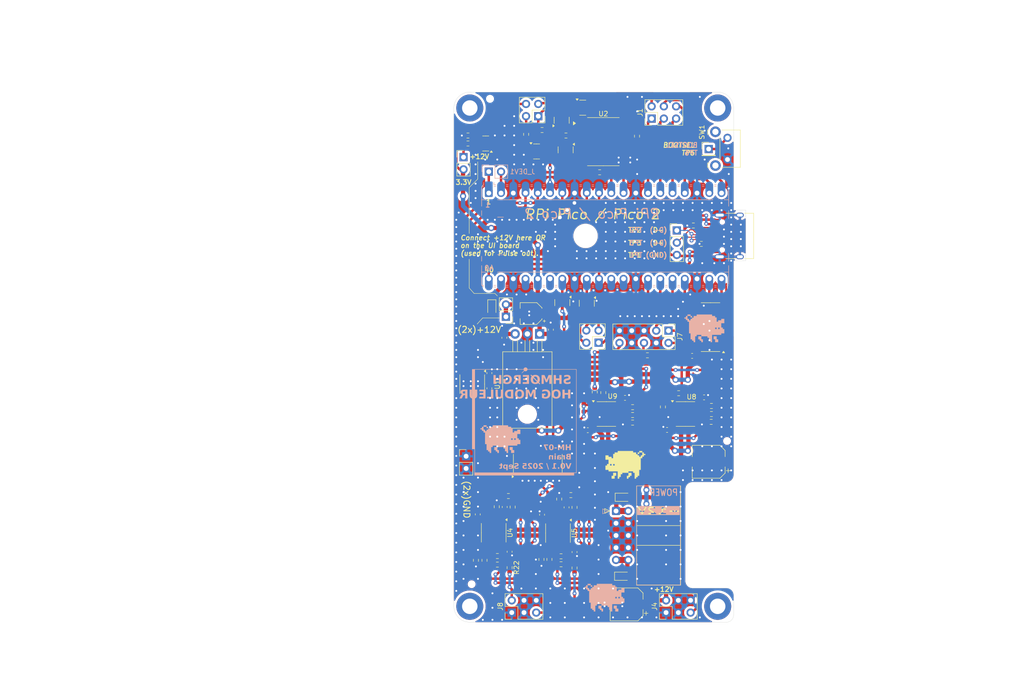
<source format=kicad_pcb>
(kicad_pcb (version 20241229) (generator "pcbnew") (generator_version "9.0")
  (layers (0 "F.Cu" signal) (2 "B.Cu" signal) (13 "F.Paste" user) (15 "B.Paste" user) (5 "F.SilkS" user "F.Silkscreen") (7 "B.SilkS" user "B.Silkscreen") (1 "F.Mask" user) (3 "B.Mask" user) (25 "Edge.Cuts" user))
  (net 0 "")
  (net 1 "GND")
  (net 2 "+12V")
  (net 3 "-12V")
  (net 4 "Net-(C10-Pad2)")
  (net 5 "Net-(U4A--)")
  (net 6 "Net-(U5A--)")
  (net 7 "Net-(C11-Pad2)")
  (net 8 "+3.3V")
  (net 9 "Net-(D2-A)")
  (net 10 "Net-(D3-K)")
  (net 11 "Net-(D4-K)")
  (net 12 "MIDI_4R")
  (net 13 "/GPIO_27")
  (net 14 "/GPIO_28")
  (net 15 "LED_1")
  (net 16 "LED_5")
  (net 17 "LED_3")
  (net 18 "LED_2")
  (net 19 "LED_4")
  (net 20 "LED_6")
  (net 21 "PULSE_IN")
  (net 22 "MIDI_5T")
  (net 23 "PULSE_OUT")
  (net 24 "BTN_LED_2")
  (net 25 "BTN_LED_1")
  (net 26 "BTN_1")
  (net 27 "BTN_2")
  (net 28 "AUDIO_CV_IN_1")
  (net 29 "AUDIO_CV_OUT_1")
  (net 30 "AUDIO_CV_OUT_2")
  (net 31 "POT_1")
  (net 32 "AUDIO_CV_IN_2")
  (net 33 "POT_2")
  (net 34 "POT_3")
  (net 35 "/MCU/UART_TX")
  (net 36 "/MCU/UART_RX")
  (net 37 "+5V")
  (net 38 "/GPIO_4")
  (net 39 "Net-(Q1-B)")
  (net 40 "Net-(Q3-B)")
  (net 41 "Net-(Q6-B)")
  (net 42 "Net-(Q6-C)")
  (net 43 "Net-(Q7-C)")
  (net 44 "/GPIO_8")
  (net 45 "/GPIO_9")
  (net 46 "Net-(R10-Pad2)")
  (net 47 "Net-(R11-Pad2)")
  (net 48 "Net-(U4B--)")
  (net 49 "Net-(U5B-+)")
  (net 50 "Net-(U5B--)")
  (net 51 "Net-(U7-A)")
  (net 52 "Net-(U7-B)")
  (net 53 "Net-(U4B-+)")
  (net 54 "Net-(R20-Pad2)")
  (net 55 "Net-(R21-Pad2)")
  (net 56 "Net-(U8A--)")
  (net 57 "Net-(U9A--)")
  (net 58 "Net-(R28-Pad2)")
  (net 59 "Net-(R29-Pad2)")
  (net 60 "Net-(U8B--)")
  (net 61 "Net-(U9B--)")
  (net 62 "Net-(R32-Pad2)")
  (net 63 "Net-(R33-Pad2)")
  (net 67 "/GPIO_7")
  (net 68 "/GPIO_5")
  (net 71 "/GPIO_3")
  (net 72 "/GPIO_2")
  (net 75 "/GPIO_26")
  (net 76 "/GPIO_6")
  (net 77 "/GPIO_17")
  (net 80 "/GPIO_16")
  (net 83 "Net-(U4A-+)")
  (net 84 "Net-(U5A-+)")
  (net 85 "Net-(D1-A)")
  (net 87 "Net-(J11-Pin_1)")
  (net 88 "Net-(J13-Pin_3)")
  (net 89 "Net-(U3-VBUS)")
  (net 90 "Net-(J_USB_C_EXTENSION1-CC1)")
  (net 92 "Net-(J_USB_C_EXTENSION1-CC2)")
  (net 94 "/MCU/USBC_P")
  (net 95 "/MCU/USBC_N")
  (footprint "Resistor_SMD:R_0603_1608Metric" (layer "F.Cu") (at 154.988 106.357 -90)
    (property "Reference" "R26")
    (property "Value" "100k")
  )
  (footprint "Capacitor_SMD:C_0603_1608Metric" (layer "F.Cu") (at 135.557 139.375 -90)
    (property "Reference" "C6")
    (property "Value" "100n")
  )
  (footprint "Connector_PinHeader_2.54mm:PinHeader_2x02_P2.54mm_Vertical" (layer "F.Cu") (at 141.5 49 180)
    (property "Reference" "J2")
    (property "Value" "Conn_02x02_Odd_Even")
  )
  (footprint "Resistor_SMD:R_0603_1608Metric" (layer "F.Cu") (at 161.973 53.144 90)
    (property "Reference" "R7")
    (property "Value" "10k")
  )
  (footprint "Package_SO:SOIC-8_3.9x4.9mm_P1.27mm" (layer "F.Cu") (at 172.0182 110.802)
    (property "Reference" "U8")
    (property "Value" "TL072")
  )
  (footprint "Resistor_SMD:R_0603_1608Metric" (layer "F.Cu") (at 146.225 141.979)
    (property "Reference" "R18")
    (property "Value" "100k")
  )
  (footprint "Capacitor_SMD:C_0603_1608Metric" (layer "F.Cu") (at 149.019 139.439 -90)
    (property "Reference" "C8")
    (property "Value" "100n")
  )
  (footprint "Capacitor_SMD:C_0603_1608Metric" (layer "F.Cu") (at 131.366 102.306 90)
    (property "Reference" "C17")
    (property "Value" "100n")
  )
  (footprint "Resistor_SMD:R_0603_1608Metric" (layer "F.Cu") (at 148.257 127.628)
    (property "Reference" "R11")
    (property "Value" "68k")
  )
  (footprint "Resistor_SMD:R_0603_1608Metric" (layer "F.Cu") (at 132.89 130.041 -90)
    (property "Reference" "R8")
    (property "Value" "47k")
  )
  (footprint "Capacitor_SMD:C_0603_1608Metric" (layer "F.Cu") (at 175.879 107.3476)
    (property "Reference" "C12")
    (property "Value" "100n")
  )
  (footprint "Connector_PinHeader_2.54mm:PinHeader_1x02_P2.54mm_Vertical" (layer "F.Cu") (at 126 57.5)
    (property "Reference" "J10")
    (property "Value" "Conn_01x02")
  )
  (footprint "Resistor_SMD:R_0603_1608Metric" (layer "F.Cu") (at 177.3522 112.4276 180)
    (property "Reference" "R30")
    (property "Value" "100k")
  )
  (footprint "Connector_USB:USB_C_Receptacle_HRO_TYPE-C-31-M-12" (layer "F.Cu") (at 182.259 73.847 90)
    (property "Reference" "J_USB_C_EXTENSION1")
    (property "Value" "USB_C_Receptacle_USB2.0_16P")
  )
  (footprint "Connector_PinHeader_2.54mm:PinHeader_2x03_P2.54mm_Vertical" (layer "F.Cu") (at 168 152 90)
    (property "Reference" "J4")
    (property "Value" "Conn_02x03_Odd_Even")
  )
  (footprint "Package_TO_SOT_SMD:SOT-23" (layer "F.Cu") (at 146.352 49.842 90)
    (property "Reference" "Q6")
    (property "Value" "MMBT3904")
  )
  (footprint "Resistor_SMD:R_0603_1608Metric" (layer "F.Cu") (at 149.019 142.741 -90)
    (property "Reference" "R23")
    (property "Value" "1k")
  )
  (footprint "Resistor_SMD:R_0603_1608Metric" (layer "F.Cu") (at 161.0588 112.58 180)
    (property "Reference" "R31")
    (property "Value" "100k")
  )
  (footprint "Resistor_SMD:R_0603_1608Metric" (layer "F.Cu") (at 150.9496 109.4812 90)
    (property "Reference" "R29")
    (property "Value" "33k")
  )
  (footprint "Connector_PinHeader_2.54mm:PinHeader_1x02_P2.54mm_Vertical" (layer "F.Cu") (at 134.795 90.614 180)
    (property "Reference" "J9")
    (property "Value" "Conn_01x02")
  )
  (footprint "Resistor_SMD:R_0603_1608Metric" (layer "F.Cu") (at 177.403 109.1256)
    (property "Reference" "R34")
    (property "Value" "1k")
  )
  (footprint "MountingHole:MountingHole_3.2mm_M3_DIN965_Pad" (layer "F.Cu") (at 178.7 150.7)
    (property "Reference" "H2")
    (property "Value" "MountingHole")
  )
  (footprint "Package_SO:SOIC-8_3.9x4.9mm_P1.27mm" (layer "F.Cu") (at 155.6232 110.802)
    (property "Reference" "U9")
    (property "Value" "TL072")
  )
  (footprint "Resistor_SMD:R_0603_1608Metric" (layer "F.Cu") (at 167.3446 109.3288 90)
    (property "Reference" "R28")
    (property "Value" "33k")
  )
  (footprint "Capacitor_SMD:CP_Elec_6.3x7.7" (layer "F.Cu") (at 159.814 150.299 180)
    (property "Reference" "C4")
    (property "Value" "100u")
  )
  (footprint "Capacitor_SMD:C_0603_1608Metric" (layer "F.Cu") (at 128.953 131.628 -90)
    (property "Reference" "C7")
    (property "Value" "100n")
  )
  (footprint "Button_Switch_THT:SW_Tactile_SKHH_Angled" (layer "F.Cu") (at 180.733 53.49 -90)
    (property "Reference" "SW1")
    (property "Value" "SW_SPST")
  )
  (footprint "MountingHole:MountingHole_3.2mm_M3_DIN965_Pad" (layer "F.Cu") (at 127.3 47.3)
    (property "Reference" "H1")
    (property "Value" "MountingHole")
  )
  (footprint "Resistor_SMD:R_0603_1608Metric" (layer "F.Cu") (at 164.132 98.61)
    (property "Reference" "R25")
    (property "Value" "120k")
  )
  (footprint "Connector_PinHeader_2.54mm:PinHeader_2x05_P2.54mm_Vertical" (layer "F.Cu") (at 168.5 93.5 -90)
    (property "Reference" "J7")
    (property "Value" "Conn_02x05_Odd_Even")
  )
  (footprint "Resistor_SMD:R_0603_1608Metric" (layer "F.Cu") (at 128.572 141.153 90)
    (property "Reference" "R16")
    (property "Value" "100k")
  )
  (footprint "Capacitor_SMD:CP_Elec_4x5.4" (layer "F.Cu") (at 140.002 89.9486 180)
    (property "Reference" "C1")
    (property "Value" "10u")
  )
  (footprint "Capacitor_SMD:C_0603_1608Metric" (layer "F.Cu") (at 173.403 98.737 180)
    (property "Reference" "C16")
    (property "Value" "100n")
  )
  (footprint "Capacitor_SMD:C_0603_1608Metric" (layer "F.Cu") (at 168.2082 114.104)
    (property "Reference" "C13")
    (property "Value" "100n")
  )
  (footprint "Resistor_SMD:R_0603_1608Metric" (layer "F.Cu") (at 133.017 140.264)
    (property "Reference" "R20")
    (property "Value" "100k")
  )
  (footprint "Resistor_SMD:R_0603_1608Metric" (layer "F.Cu") (at 175.308 75.496 180)
    (property "Reference" "R36")
    (property "Value" "5.1k")
  )
  (footprint "MountingHole:ToolingHole_1.152mm" (layer "F.Cu") (at 180.642 116.39)
    (property "Reference" "REF**" (hide yes))
    (property "Value" "ToolingHole_1.152mm")
  )
  (footprint "Connector_PinHeader_2.54mm:PinHeader_2x03_P2.54mm_Vertical" (layer "F.Cu") (at 165 49.5 90)
    (property "Reference" "J1")
    (property "Value" "Conn_02x03_Odd_Even")
  )
  (footprint "Resistor_SMD:R_0603_1608Metric" (layer "F.Cu") (at 145.844 128.453 -90)
    (property "Reference" "R9")
    (property "Value" "47k")
  )
  (footprint "Resistor_SMD:R_0603_1608Metric" (layer "F.Cu") (at 133.017 142.044)
    (property "Reference" "R19")
    (property "Value" "100k")
  )
  (footprint "Resistor_SMD:R_0603_1608Metric" (layer "F.Cu") (at 161.0588 111.0052 180)
    (property "Reference" "R33")
    (property "Value" "100k")
  )
  (footprint "Capacitor_SMD:C_0603_1608Metric" (layer "F.Cu") (at 142.288 131.692 -90)
    (property "Reference" "C9")
    (property "Value" "100n")
  )
  (footprint "Package_TO_SOT_SMD:SOT-23" (layer "F.Cu") (at 151.559 87.815 -90)
    (property "Reference" "D5")
    (property "Value" "BAT54S")
  )
  (footprint "Package_SO:SOP-8_6.605x9.655mm_P2.54mm" (layer "F.Cu") (at 154.9915 54.287)
    (property "Reference" "U2")
    (property "Value" "6N137")
  )
  (footprint "Resistor_SMD:R_0603_1608Metric" (layer "F.Cu") (at 126.921 53.017)
    (property "Reference" "R4")
    (property "Value" "7.5k")
  )
  (footprint "Connector_PinHeader_2.54mm:PinHeader_1x02_P2.54mm_Vertical" (layer "F.Cu") (at 126.54 119.56)
    (property "Reference" "J5")
    (property "Value" "Conn_01x02")
  )
  (footprint "Resistor_SMD:R_0603_1608Metric" (layer "F.Cu") (at 147.241 53.017)
    (property "Reference" "R5")
    (property "Value" "2.2k")
  )
  (footprint "Resistor_SMD:R_0603_1608Metric" (layer "F.Cu") (at 135.303 127.818)
    (property "Reference" "R10")
    (property "Value" "68k")
  )
  (footprint "Package_SO:SOIC-16_3.9x9.9mm_P1.27mm" (layer "F.Cu") (at 141.399 121.089 90)
    (property "Reference" "U7" (hide yes))
    (property "Value" "74HC4053B")
  )
  (footprint "Package_TO_SOT_SMD:SOT-23" (layer "F.Cu") (at 141.145 56.319)
    (property "Reference" "Q1")
    (property "Value" "MMBT3904")
  )
  (footprint "Package_SO:SOIC-8_3.9x4.9mm_P1.27mm" (layer "F.Cu") (at 132.255 135.438 -90)
    (property "Reference" "U4")
    (property "Value" "TL072")
  )
  (footprint "Resistor_SMD:R_0603_1608Metric" (layer "F.Cu") (at 170.609 106.484)
    (property "Reference" "R24")
    (property "Value" "100k")
  )
  (footprint "Resistor_SMD:R_0603_1608Metric" (layer "F.Cu") (at 142.288 51.874)
    (property "Reference" "R6")
    (property "Value" "120")
  )
  (footprint "Shmoergh_Logo:Gyeszno" (layer "F.Cu") (at 159.56 121.343)
    (property "Reference" "G***" (hide yes))
    (property "Value" "LOGO" (hide yes))
  )
  (footprint "Capacitor_SMD:C_0603_1608Metric_Pad1.08x0.95mm_HandSolder" (layer "F.Cu") (at 144.1168 93.3014 90)
    (property "Reference" "C2")
    (property "Value" "330n")
  )
  (footprint "Capacitor_SMD:C_0603_1608Metric" (layer "F.Cu") (at 147.368 130.168 -90)
    (property "Reference" "C11")
    (property "Value" "22p")
  )
  (footprint "Package_TO_SOT_THT:TO-220-3_Horizontal_TabDown" (layer "F.Cu") (at 141.78 94.1806 180)
    (property "Reference" "U1")
    (property "Value" "LM7805_TO220")
  )
  (footprint "Resistor_SMD:R_0603_1608Metric" (layer "F.Cu") (at 130.35 141.153 90)
    (property "Reference" "R14")
    (property "Value" "100k")
  )
  (footprint "Connector_PinHeader_2.54mm:PinHeader_2x02_P2.54mm_Vertical" (layer "F.Cu") (at 154 96 180)
    (property "Reference" "J3")
    (property "Value" "Conn_02x02_Odd_Even")
  )
  (footprint "Package_TO_SOT_SMD:SOT-23" (layer "F.Cu") (at 147.175 55.9865 -90)
    (property "Reference" "Q7")
    (property "Value" "MMBT3904")
  )
  (footprint "Connector_PinHeader_2.54mm:PinHeader_1x03_P2.54mm_Vertical" (layer "F.Cu") (at 170.228 72.702)
    (property "Reference" "J13")
    (property "Value" "Conn_01x03")
  )
  (footprint "Diode_SMD:D_SOD-323" (layer "F.Cu") (at 131.874 88.704 -90)
    (property "Reference" "D1")
    (property "Value" "1N5817")
  )
  (footprint "Package_TO_SOT_SMD:SOT-23" (layer "F.Cu") (at 146.479 87.688 -90)
    (property "Reference" "D6" (hide yes))
    (property "Value" "BAT54S")
  )
  (footprint "Resistor_SMD:R_0603_1608Metric" (layer "F.Cu") (at 154.226 60.637 180)
    (property "Reference" "R2")
    (property "Value" "3.3k")
  )
  (footprint "Package_SO:SOIC-8_3.9x4.9mm_P1.27mm" (layer "F.Cu") (at 127.81 104.592 -90)
    (property "Reference" "U6" (hide yes))
    (property "Value" "MCP4822")
  )
  (footprint "Resistor_SMD:R_0603_1608Metric" (layer "F.Cu") (at 126.921 54.668 180)
    (property "Reference" "R3")
    (property "Value" "10k")
  )
  (footprint "Resistor_SMD:R_0603_1608Metric" (layer "F.Cu") (at 153.21 106.23 -90)
    (property "Reference" "R27")
    (property "Value" "120k")
  )
  (footprint "Resistor_SMD:R_0603_1608Metric" (layer "F.Cu") (at 177.403 110.802 180)
    (property "Reference" "R32")
    (property "Value" "100k")
  )
  (footprint "MountingHole:MountingHole_3.2mm_M3_DIN965_Pad" (layer "F.Cu") (at 178.7 47.3)
    (property "Reference" "H4")
    (property "Value" "MountingHole")
  )
  (footprint "Resistor_SMD:R_0603_1608Metric" (layer "F.Cu") (at 143.812 140.963 90)
    (property "Reference" "R15")
    (property "Value" "100k")
  )
  (footprint "MountingHole:ToolingHole_1.152mm" (layer "F.Cu") (at 127.683 146.108)
    (property "Reference" "REF**" (hide yes))
    (property "Value" "ToolingHole_1.152mm")
  )
  (footprint "Resistor_SMD:R_0603_1608Metric" (layer "F.Cu") (at 136.192 130.104 -90)
    (property "Reference" "R12")
    (property "Value" "1k")
  )
  (footprint "Capacitor_SMD:C_0603_1608Metric" (layer "F.Cu") (at 131.366 105.468 -90)
    (property "Reference" "C18")
    (property "Value" "10u")
  )
  (footprint "Package_SO:SOIC-8_3.9x4.9mm_P1.27mm" (layer "F.Cu") (at 145.59 135.502 -90)
    (property "Reference" "U5")
    (property "Value" "TL072")
  )
  (footprint "Package_SO:SOIC-16_3.9x9.9mm_P1.27mm" (layer "F.Cu") (at 177.213 92.768 180)
    (property "Reference" "U10" (hide yes))
    (property "Value" "74HC4051")
  )
  (footprint "Capacitor_SMD:C_0603_1608Metric" (layer "F.Cu") (at 151.7624 114.1548)
    (property "Reference" "C15")
    (property "Value" "100n")
  )
  (footprint "Connector_IDC:IDC-Header_2x05_P2.54mm_Horizontal" (layer "F.Cu") (at 157.6245 130.92)
    (property "Reference" "J6")
    (property "Value" "Conn_02x05_Odd_Even")
  )
  (footprint "MountingHole:ToolingHole_1.152mm" (layer "F.Cu") (at 131.493 45.397)
    (property "Reference" "REF**" (hide yes))
    (property "Value" "ToolingHole_1.152mm")
  )
  (footprint "Resistor_SMD:R_0603_1608Metric" (layer "F.Cu") (at 146.225 140.328)
    (property "Reference" "R21")
    (property "Value" "100k")
  )
  (footprint "Resistor_SMD:R_0603_1608Metric" (layer "F.Cu") (at 161.0588 109.3796)
    (property "Reference" "R35")
    (property "Value" "1k")
  )
  (footprint "Connector_PinHeader_2.54mm:PinHeader_1x01_P2.54mm_Vertical" (layer "F.Cu") (at 176.832 55.811)
    (property "Reference" "J11")
    (property "Value" "Conn_01x01")
  )
  (footprint "Resistor_SMD:R_0603_1608Metric" (layer "F.Cu") (at 138.986 52.763 -90)
    (property "Reference" "R1")
    (property "Value" "100k")
  )
  (footprint "MountingHole:MountingHole_3.2mm_M3_DIN965_Pad" (layer "F.Cu") (at 127.3 150.7)
    (property "Reference" "H3")
    (property "Value" "MountingHole")
  )
  (footprint "Resistor_SMD:R_0603_1608Metric" (layer "F.Cu") (at 173.657 71.686 180)
    (property "Reference" "R37")
    (property "Value" "5.1k")
  )
  (footprint "Resistor_SMD:R_0603_1608Metric" (layer "F.Cu") (at 149.019 130.168 -90)
    (property "Reference" "R13")
    (property "Value" "1k")
  )
  (footprint "Connector_PinHeader_2.54mm:PinHeader_2x03_P2.54mm_Vertical" (layer "F.Cu") (at 136 152 90)
    (property "Reference" "J8")
    (property "Value" "Conn_02x03_Odd_Even")
  )
  (footprint "Capacitor_SMD:C_0603_1608Metric" (layer "F.Cu") (at 134.541 130.091 -90)
    (property "Reference" "C10")
    (property "Value" "22p")
  )
  (footprint "Diode_SMD:D_SOD-323" (layer "F.Cu") (at 158.925 144.457)
    (property "Reference" "D2")
    (property "Value" "1N5817")
  )
  (footprint "Resistor_SMD:R_0603_1608Metric" (layer "F.Cu") (at 142.161 140.963 90)
    (property "Reference" "R17")
    (property "Value" "100k")
  )
  (footprint "Capacitor_SMD:CP_Elec_6.3x7.7" (layer "F.Cu") (at 176.832 120.708 180)
    (property "Reference" "C5")
    (property "Value" "100u")
  )
  (footprint "Capacitor_SMD:C_0603_1608Metric" (layer "F.Cu") (at 159.484 107.4492)
    (property "Reference" "C14")
    (property "Value" "100n")
  )
  (footprint "Capacitor_SMD:C_0603_1608Metric" (layer "F.Cu") (at 134.4648 94.9778 -90)
    (property "Reference" "C3")
    (property "Value" "100n")
  )
  (footprint "Diode_SMD:D_SOD-323" (layer "F.Cu") (at 159.052 128.074)
    (property "Reference" "D3")
    (property "Value" "1N5817")
  )
  (footprint "Package_TO_SOT_SMD:SOT-23" (layer "F.Cu") (at 150.7185 47.236)
    (property "Reference" "D4")
    (property "Value" "BAT54")
  )
  (footprint "Package_TO_SOT_SMD:SOT-23" (layer "F.Cu") (at 130.604 54.668 180)
    (property "Reference" "Q3")
    (property "Value" "MMBT3904")
  )
  (footprint "Resistor_SMD:R_0603_1608Metric" (layer "F.Cu") (at 135.557 142.677 -90)
    (property "Reference" "R22")
    (property "Value" "1k")
  )
  (footprint "Connector_PinHeader_2.54mm:PinHeader_1x02_P2.54mm_Vertical" (layer "B.Cu") (at 131.239 60.51 -90)
    (property "Reference" "J_DEV1")
    (property "Value" "Conn_01x02")
  )
  (footprint "Shmoergh_Logo:Gyeszno" (layer "B.Cu") (at 133.652 116.009 180)
    (property "Reference" "G***" (hide yes))
    (property "Value" "LOGO" (hide yes))
  )
  (footprint "Module:RaspberryPi_Pico_Common_Unspecified" (layer "B.Cu") (at 155.369 73.845 -90)
    (property "Reference" "U3" (hide yes))
    (property "Value" "Pico")
  )
  (footprint "Shmoergh_Logo:Gyeszno" (layer "B.Cu") (at 175.943 93.022 180)
    (property "Reference" "G***" (hide yes))
    (property "Value" "LOGO" (hide yes))
  )
  (footprint "Shmoergh_Logo:Gyeszno" (layer "B.Cu") (at 155.242 148.902 180)
    (property "Reference" "G***" (hide yes))
    (property "Value" "LOGO" (hide yes))
  )
  (gr_line (start 133.398 90.863) (end 129.969 90.863) (stroke (width 0.1)) (layer "F.SilkS"))
  (gr_line (start 133.017 86.291) (end 132.509 85.783) (stroke (width 0.1)) (layer "F.SilkS"))
  (gr_line (start 128.191 85.783) (end 127.175 84.64) (stroke (width 0.1)) (layer "F.SilkS"))
  (gr_line (start 127.175 73.337) (end 127.175 63.812) (stroke (width 0.1)) (layer "F.SilkS"))
  (gr_line (start 129.969 90.863) (end 128.826 92.133) (stroke (width 0.1)) (layer "F.SilkS"))
  (gr_line (start 127.175 63.812) (end 128.953 62.034) (stroke (width 0.1)) (layer "F.SilkS"))
  (gr_line (start 127.175 84.64) (end 127.175 78.671) (stroke (width 0.1)) (layer "F.SilkS"))
  (gr_line (start 128.953 62.034) (end 128.953 58.478) (stroke (width 0.1)) (layer "F.SilkS"))
  (gr_line (start 132.509 85.783) (end 128.191 85.783) (stroke (width 0.1)) (layer "F.SilkS"))
  (gr_rect (start 161.925 125.713) (end 170.942 146.287) (stroke (width 0.1)) (fill no) (layer "B.SilkS"))
  (gr_line (start 138.109 102.281) (end 138.859 101.531) (stroke (width 0.1)) (layer "B.SilkS"))
  (gr_rect (start 128.286 122.998) (end 148.892 123.498) (stroke (width 0.1)) (fill yes) (layer "B.SilkS"))
  (gr_line (start 154.861 130.487) (end 155.877 130.995) (stroke (width 0.1)) (layer "B.SilkS"))
  (gr_line (start 154.861 131.503) (end 154.861 130.487) (stroke (width 0.1)) (layer "B.SilkS"))
  (gr_circle (center 138.859 101.531) (end 138.609 101.281) (stroke (width 0.1)) (fill yes) (layer "B.SilkS"))
  (gr_rect (start 128.318 101.531) (end 149.4 122.989) (stroke (width 0.1)) (fill no) (layer "B.SilkS"))
  (gr_rect (start 127.818 101.531) (end 128.318 118.031) (stroke (width 0.1)) (fill yes) (layer "B.SilkS"))
  (gr_line (start 155.877 130.995) (end 154.861 131.503) (stroke (width 0.1)) (layer "B.SilkS"))
  (gr_line (start 173.5 124.92) (end 180.5 124.92) (stroke (width 0.05)) (layer "Edge.Cuts"))
  (gr_line (start 173.5 146.92) (end 180.5 146.92) (stroke (width 0.05)) (layer "Edge.Cuts"))
  (gr_arc (start 178.7 44) (mid 181.033452 44.966548) (end 182 47.3) (stroke (width 0.05)) (layer "Edge.Cuts"))
  (gr_arc (start 172 126.42) (mid 172.43934 125.35934) (end 173.5 124.92) (stroke (width 0.05)) (layer "Edge.Cuts"))
  (gr_line (start 127.3 44) (end 178.7 44) (stroke (width 0.05)) (layer "Edge.Cuts"))
  (gr_line (start 172 145.42) (end 172 126.42) (stroke (width 0.05)) (layer "Edge.Cuts"))
  (gr_arc (start 127.3 154) (mid 124.966548 153.033452) (end 124 150.7) (stroke (width 0.05)) (layer "Edge.Cuts"))
  (gr_line (start 180.5 154) (end 127.3 154) (stroke (width 0.05)) (layer "Edge.Cuts"))
  (gr_line (start 182 123.42) (end 182 79) (stroke (width 0.05)) (layer "Edge.Cuts"))
  (gr_circle (center 151.305 73.845) (end 153.845 73.845) (stroke (width 0.05)) (fill no) (layer "Edge.Cuts"))
  (gr_line (start 182 79) (end 184.5 79) (stroke (width 0.05)) (layer "Edge.Cuts"))
  (gr_arc (start 124 47.3) (mid 124.966548 44.966548) (end 127.3 44) (stroke (width 0.05)) (layer "Edge.Cuts"))
  (gr_arc (start 182 152.5) (mid 181.56066 153.56066) (end 180.5 154) (stroke (width 0.05)) (layer "Edge.Cuts"))
  (gr_line (start 124 150.7) (end 124 47.3) (stroke (width 0.05)) (layer "Edge.Cuts"))
  (gr_arc (start 180.5 146.92) (mid 181.56066 147.35934) (end 182 148.42) (stroke (width 0.05)) (layer "Edge.Cuts"))
  (gr_line (start 182 68.5) (end 184.5 68.5) (stroke (width 0.05)) (layer "Edge.Cuts"))
  (gr_line (start 182 68.5) (end 182 47.3) (stroke (width 0.05)) (layer "Edge.Cuts"))
  (gr_arc (start 173.5 146.92) (mid 172.43934 146.48066) (end 172 145.42) (stroke (width 0.05)) (layer "Edge.Cuts"))
  (gr_line (start 182 148.42) (end 182 152.5) (stroke (width 0.05)) (layer "Edge.Cuts"))
  (gr_arc (start 182 123.42) (mid 181.56066 124.48066) (end 180.5 124.92) (stroke (width 0.05)) (layer "Edge.Cuts"))
  (gr_line (start 184.5 68.5) (end 184.5 79) (stroke (width 0.05)) (layer "Edge.Cuts"))
  (gr_text "(2x)+12V" (at 124.635 94.038 0) (layer "F.SilkS") (effects (font (size 1.27 1.27) (thickness 0.2) (bold yes)) (justify left bottom)))
  (gr_text "+12V" (at 127.158258 57.97 0) (layer "F.SilkS") (effects (font (size 1 1) (thickness 0.2) (bold yes)) (justify left bottom)))
  (gr_text "TP1" (at 162.989 78.417 0) (layer "F.SilkS") (effects (font (size 1 1) (thickness 0.2) (bold yes)) (justify right bottom)))
  (gr_text "3.3V" (at 124.254 63.304 0) (layer "F.SilkS") (effects (font (size 1 1) (thickness 0.2) (bold yes)) (justify left bottom)))
  (gr_text "TP3" (at 162.989 75.877 0) (layer "F.SilkS") (effects (font (size 1 1) (thickness 0.2) (bold yes)) (justify right bottom)))
  (gr_text "(D-)" (at 168.323 73.21 0) (layer "F.SilkS") (effects (font (size 1 1) (thickness 0.2) (bold yes)) (justify right bottom)))
  (gr_text "-12V" (at 161.592 131.63 0) (layer "F.SilkS" knockout) (effects (font (size 1.25 2.25) (thickness 0.25) (bold yes)) (justify left bottom)))
  (gr_text "TP2" (at 162.989 73.21 0) (layer "F.SilkS") (effects (font (size 1 1) (thickness 0.2) (bold yes)) (justify right bottom)))
  (gr_text "BOOTSEL\nTP6" (at 174.038 57.208 0) (layer "F.SilkS") (effects (font (size 1 1) (thickness 0.2) (bold yes) (italic yes)) (justify right bottom)))
  (gr_text "(2x)GND" (at 125.905 124.518 270) (layer "F.SilkS") (effects (font (size 1.27 1.27) (thickness 0.2) (bold yes)) (justify left bottom)))
  (gr_text "(GND)" (at 168.323 78.417 0) (layer "F.SilkS") (effects (font (size 1 1) (thickness 0.2) (bold yes)) (justify right bottom)))
  (gr_text "Connect +12V here OR\non the UI board \n(used for Pulse out)." (at 125.27 78.036 0) (layer "F.SilkS") (effects (font (size 1 1) (thickness 0.2) (bold yes) (italic yes)) (justify left bottom)))
  (gr_text "40" (at 130.223 81.465 0) (layer "F.SilkS") (effects (font (size 1 1) (thickness 0.2) (bold yes)) (justify left bottom)))
  (gr_text "RPi Pico / Pico 2" (at 138.605 70.543 0) (layer "F.SilkS") (effects (font (size 2 2) (thickness 0.25) (italic yes)) (justify left bottom)))
  (gr_text "(D+)" (at 168.323 75.877 0) (layer "F.SilkS") (effects (font (size 1 1) (thickness 0.2) (bold yes)) (justify right bottom)))
  (gr_text "1" (at 130.604 67.368 0) (layer "F.SilkS") (effects (font (size 1 1) (thickness 0.2) (bold yes)) (justify left bottom)))
  (gr_text "+12V" (at 165.402 147.759 0) (layer "F.SilkS") (effects (font (size 1 1) (thickness 0.2) (bold yes)) (justify left bottom)))
  (gr_text "RPi Pico / Pico 2" (at 166.926 70.416 0) (layer "B.SilkS") (effects (font (size 2 2) (thickness 0.25) (italic yes)) (justify left bottom mirror)))
  (gr_text "TP3" (at 163.243 75.877 0) (layer "B.SilkS") (effects (font (size 1 1) (thickness 0.2) (bold yes)) (justify left bottom mirror)))
  (gr_text "SHMØERGH \nHOG MODULEUR" (at 148.384 107.876 0) (layer "B.SilkS") (effects (font (size 1.8 1.8) (thickness 0.28) (bold yes)) (justify left bottom mirror)))
  (gr_text "40" (at 132.382 81.084 0) (layer "B.SilkS") (effects (font (size 1 1) (thickness 0.2) (bold yes)) (justify left bottom mirror)))
  (gr_text "(D-)" (at 168.323 73.21 0) (layer "B.SilkS") (effects (font (size 1 1) (thickness 0.2) (bold yes)) (justify left bottom mirror)))
  (gr_text "(D+)" (at 168.323 75.877 0) (layer "B.SilkS") (effects (font (size 1 1) (thickness 0.2) (bold yes)) (justify left bottom mirror)))
  (gr_text "(GND)" (at 168.323 78.417 0) (layer "B.SilkS") (effects (font (size 1 1) (thickness 0.2) (bold yes)) (justify left bottom mirror)))
  (gr_text "POWER" (at 170.561 127.872 0) (layer "B.SilkS") (effects (font (size 1.35 1.15) (thickness 0.2) (bold yes)) (justify left bottom mirror)))
  (gr_text "-12V" (at 171.244 131.63 0) (layer "B.SilkS" knockout) (effects (font (size 1.3 2.25) (thickness 0.25) (bold yes)) (justify left bottom mirror)))
  (gr_text "BOOTSEL\nTP6" (at 174.673 57.208 0) (layer "B.SilkS") (effects (font (size 1 1) (thickness 0.2) (bold yes)) (justify left bottom mirror)))
  (gr_text "HM-07 \nBrain\nV0.1 / 2025 Sept" (at 148.384 122.354 0) (layer "B.SilkS") (effects (font (size 1.15 1.15) (thickness 0.2) (bold yes)) (justify left bottom mirror)))
  (gr_text "TP1" (at 163.243 78.417 0) (layer "B.SilkS") (effects (font (size 1 1) (thickness 0.2) (bold yes)) (justify left bottom mirror)))
  (gr_text "1" (at 131.62 68.003 0) (layer "B.SilkS") (effects (font (size 1 1) (thickness 0.2) (bold yes)) (justify left bottom mirror)))
  (gr_text "TP2" (at 163.243 73.21 0) (layer "B.SilkS") (effects (font (size 1 1) (thickness 0.2) (bold yes)) (justify left bottom mirror)))
  (segment (start 163.434 93.554) (end 163.42 93.54) (width 0.508) (layer "F.Cu") (net 1))
  (segment (start 163.434 93.843) (end 163.37 93.779) (width 0.508) (layer "F.Cu") (net 1))
  (via (at 124.5 139.5) (size 0.8) (drill 0.4) (layers "F.Cu" "B.Cu") (net 1))
  (via (at 181 61) (size 0.8) (drill 0.4) (layers "F.Cu" "B.Cu") (net 1))
  (via (at 153.25 122) (size 0.8) (drill 0.4) (layers "F.Cu" "B.Cu") (net 1))
  (via (at 144.066 91.8282) (size 0.8) (drill 0.4) (layers "F.Cu" "B.Cu") (net 1))
  (via (at 124.5 113.5) (size 0.8) (drill 0.4) (layers "F.Cu" "B.Cu") (net 1))
  (via (at 124.5 145.5) (size 0.8) (drill 0.4) (layers "F.Cu" "B.Cu") (net 1))
  (via (at 162 145) (size 0.8) (drill 0.4) (layers "F.Cu" "B.Cu") (net 1))
  (via (at 159.5 78.5) (size 0.8) (drill 0.4) (layers "F.Cu" "B.Cu") (net 1))
  (via (at 141 144) (size 0.8) (drill 0.4) (layers "F.Cu" "B.Cu") (net 1))
  (via (at 179.5 105.5) (size 0.8) (drill 0.4) (layers "F.Cu" "B.Cu") (net 1))
  (via (at 149 67) (size 1.27) (drill 0.75) (layers "F.Cu" "B.Cu") (net 1))
  (via (at 155.5 71) (size 0.8) (drill 0.4) (layers "F.Cu" "B.Cu") (net 1))
  (via (at 124.5 75) (size 0.8) (drill 0.4) (layers "F.Cu" "B.Cu") (net 1))
  (via (at 131.5 109.5) (size 0.8) (drill 0.4) (layers "F.Cu" "B.Cu") (net 1))
  (via (at 153.5 77) (size 0.8) (drill 0.4) (layers "F.Cu" "B.Cu") (net 1))
  (via (at 137 75) (size 0.8) (drill 0.4) (layers "F.Cu" "B.Cu") (net 1))
  (via (at 134.5 51) (size 0.8) (drill 0.4) (layers "F.Cu" "B.Cu") (net 1))
  (via (at 141.5 112) (size 0.8) (drill 0.4) (layers "F.Cu" "B.Cu") (net 1))
  (via (at 124.5 87) (size 0.8) (drill 0.4) (layers "F.Cu" "B.Cu") (net 1))
  (via (at 165.5 75) (size 0.8) (drill 0.4) (layers "F.Cu" "B.Cu") (net 1))
  (via (at 179.5 124.5) (size 0.8) (drill 0.4) (layers "F.Cu" "B.Cu") (net 1))
  (via (at 145 76) (size 0.8) (drill 0.4) (layers "F.Cu" "B.Cu") (net 1))
  (via (at 129 99) (size 0.8) (drill 0.4) (layers "F.Cu" "B.Cu") (net 1))
  (via (at 148.5 116.5) (size 0.8) (drill 0.4) (layers "F.Cu" "B.Cu") (net 1))
  (via (at 171 142) (size 0.8) (drill 0.4) (layers "F.Cu" "B.Cu") (net 1))
  (via (at 162 61) (size 0.8) (drill 0.4) (layers "F.Cu" "B.Cu") (net 1))
  (via (at 124.5 105) (size 0.8) (drill 0.4) (layers "F.Cu" "B.Cu") (net 1))
  (via (at 124.5 123.5) (size 0.8) (drill 0.4) (layers "F.Cu" "B.Cu") (net 1))
  (via (at 155.242 150.68) (size 0.8) (drill 0.4) (layers "F.Cu" "B.Cu") (net 1))
  (via (at 133 111.5) (size 0.8) (drill 0.4) (layers "F.Cu" "B.Cu") (net 1))
  (via (at 137 105.5) (size 0.8) (drill 0.4) (layers "F.Cu" "B.Cu") (net 1))
  (via (at 132 151) (size 0.8) (drill 0.4) (layers "F.Cu" "B.Cu") (net 1))
  (via (at 150 123) (size 0.8) (drill 0.4) (layers "F.Cu" "B.Cu") (net 1))
  (via (at 161.5 69) (size 0.8) (drill 0.4) (layers "F.Cu" "B.Cu") (net 1))
  (via (at 181.5 107.5) (size 0.8) (drill 0.4) (layers "F.Cu" "B.Cu") (net 1))
  (via (at 155.5 67) (size 0.8) (drill 0.4) (layers "F.Cu" "B.Cu") (net 1))
  (via (at 167.434 113.469) (size 0.8) (drill 0.4) (layers "F.Cu" "B.Cu") (net 1))
  (via (at 138 96) (size 0.8) (drill 0.4) (layers "F.Cu" "B.Cu") (net 1))
  (via (at 181.5 111.5) (size 0.8) (drill 0.4) (layers "F.Cu" "B.Cu") (net 1))
  (via (at 151.5 77) (size 0.8) (drill 0.4) (layers "F.Cu" "B.Cu") (net 1))
  (via (at 154 150) (size 0.8) (drill 0.4) (layers "F.Cu" "B.Cu") (net 1))
  (via (at 169 90.5) (size 0.8) (drill 0.4) (layers "F.Cu" "B.Cu") (net 1))
  (via (at 142.161 142.298) (size 0.8) (drill 0.4) (layers "F.Cu" "B.Cu") (net 1))
  (via (at 134 92.5) (size 0.8) (drill 0.4) (layers "F.Cu" "B.Cu") (net 1))
  (via (at 132 153.5) (size 0.8) (drill 0.4) (layers "F.Cu" "B.Cu") (net 1))
  (via (at 138.224 124.645) (size 0.8) (drill 0.4) (layers "F.Cu" "B.Cu") (net 1))
  (via (at 132.5 53) (size 0.8) (drill 0.4) (layers "F.Cu" "B.Cu") (net 1))
  (via (at 175.5 122.5) (size 0.8) (drill 0.4) (layers "F.Cu" "B.Cu") (net 1))
  (via (at 137 103.5) (size 0.8) (drill 0.4) (layers "F.Cu" "B.Cu") (net 1))
  (via (at 143.5 77) (size 0.8) (drill 0.4) (layers "F.Cu" "B.Cu") (net 1))
  (via (at 168 142) (size 0.8) (drill 0.4) (layers "F.Cu" "B.Cu") (net 1))
  (via (at 177.5 124.5) (size 0.8) (drill 0.4) (layers "F.Cu" "B.Cu") (net 1))
  (via (at 179.5 111.5) (size 0.8) (drill 0.4) (layers "F.Cu" "B.Cu") (net 1))
  (via (at 133 101.5) (size 0.8) (drill 0.4) (layers "F.Cu" "B.Cu") (net 1))
  (via (at 171 130) (size 0.8) (drill 0.4) (layers "F.Cu" "B.Cu") (net 1))
  (via (at 128.5 64.5) (size 0.8) (drill 0.4) (layers "F.Cu" "B.Cu") (net 1))
  (via (at 179.5 101.5) (size 0.8) (drill 0.4) (layers "F.Cu" "B.Cu") (net 1))
  (via (at 180.896 55.684) (size 0.8) (drill 0.4) (layers "F.Cu" "B.Cu") (net 1))
  (via (at 159.5 75) (size 0.8) (drill 0.4) (layers "F.Cu" "B.Cu") (net 1))
  (via (at 155.5 77) (size 0.8) (drill 0.4) (layers "F.Cu" "B.Cu") (net 1))
  (via (at 160.576 85.021) (size 0.8) (drill 0.4) (layers "F.Cu" "B.Cu") (net 1))
  (via (at 124.5 94.5) (size 0.8) (drill 0.4) (layers "F.Cu" "B.Cu") (net 1))
  (via (at 158.925 150.68) (size 0.8) (drill 0.4) (layers "F.Cu" "B.Cu") (net 1))
  (via (at 141 73) (size 0.8) (drill 0.4) (layers "F.Cu" "B.Cu") (net 1))
  (via (at 140 70.5) (size 0.8) (drill 0.4) (layers "F.Cu" "B.Cu") (net 1))
  (via (at 181.5 76) (size 0.8) (drill 0.4) (layers "F.Cu" "B.Cu") (net 1))
  (via (at 124.5 147.5) (size 0.8) (drill 0.4) (layers "F.Cu" "B.Cu") (net 1))
  (via (at 157 153) (size 0.8) (drill 0.4) (layers "F.Cu" "B.Cu") (net 1))
  (via (at 166 153) (size 0.8) (drill 0.4) (layers "F.Cu" "B.Cu") (net 1))
  (via (at 135 75) (size 0.8) (drill 0.4) (layers "F.Cu" "B.Cu") (net 1))
  (via (at 145 71.5) (size 0.8) (drill 0.4) (layers "F.Cu" "B.Cu") (net 1))
  (via (at 154.226 111.437) (size 0.8) (drill 0.4) (layers "F.Cu" "B.Cu") (net 1))
  (via (at 138.5 92) (size 0.8) (drill 0.4) (layers "F.Cu" "B.Cu") (net 1))
  (via (at 181.5 68.5) (size 0.8) (drill 0.4) (layers "F.Cu" "B.Cu") (net 1))
  (via (at 176 58) (size 0.8) (drill 0.4) (layers "F.Cu" "B.Cu") (net 1))
  (via (at 155.369 85.148) (size 0.8) (drill 0.4) (layers "F.Cu" "B.Cu") (net 1))
  (via (at 175.816 92.133) (size 0.8) (drill 0.4) (layers "F.Cu" "B.Cu") (net 1))
  (via (at 145.844 117.533) (size 0.8) (drill 0.4) (layers "F.Cu" "B.Cu") (net 1))
  (via (at 162 130) (size 0.8) (drill 0.4) (layers "F.Cu" "B.Cu") (net 1))
  (via (at 134.5 117.5) (size 0.8) (drill 0.4) (layers "F.Cu" "B.Cu") (net 1))
  (via (at 180 72.5) (size 0.8) (drill 0.4) (layers "F.Cu" "B.Cu") (net 1))
  (via (at 129 104) (size 0.8) (drill 0.4) (layers "F.Cu" "B.Cu") (net 1))
  (via (at 138.5 57) (size 0.8) (drill 0.4) (layers "F.Cu" "B.Cu") (net 1))
  (via (at 160 90.5) (size 0.8) (drill 0.4) (layers "F.Cu" "B.Cu") (net 1))
  (via (at 167.5 90.5) (size 0.8) (drill 0.4) (layers "F.Cu" "B.Cu") (net 1))
  (via (at 172.387 71.686) (size 0.8) (drill 0.4) (layers "F.Cu" "B.Cu") (net 1))
  (via (at 175.435 112.961) (size 0.8) (drill 0.4) (layers "F.Cu" "B.Cu") (net 1))
  (via (at 177 93.5) (size 0.8) (drill 0.4) (layers "F.Cu" "B.Cu") (net 1))
  (via (at 152.956 85.148) (size 0.8) (drill 0.4) (layers "F.Cu" "B.Cu") (net 1))
  (via (at 139.621 89.5422) (size 0.8) (drill 0.4) (layers "F.Cu" "B.Cu") (net 1))
  (via (at 140.5 96) (size 0.8) (drill 0.4) (layers "F.Cu" "B.Cu") (net 1))
  (via (at 161.5 78.5) (size 0.8) (drill 0.4) (layers "F.Cu" "B.Cu") (net 1))
  (via (at 145 74.5) (size 0.8) (drill 0.4) (layers "F.Cu" "B.Cu") (net 1))
  (via (at 181.5 79) (size 0.8) (drill 0.4) (layers "F.Cu" "B.Cu") (net 1))
  (via (at 133 58) (size 0.8) (drill 0.4) (layers "F.Cu" "B.Cu") (net 1))
  (via (at 159.052 112.961) (size 0.8) (drill 0.4) (layers "F.Cu" "B.Cu") (net 1))
  (via (at 127.5 105) (size 0.8) (drill 0.4) (layers "F.Cu" "B.Cu") (net 1))
  (via (at 125 69) (size 0.8) (drill 0.4) (layers "F.Cu" "B.Cu") (net 1))
  (via (at 179.5 107.5) (size 0.8) (drill 0.4) (layers "F.Cu" "B.Cu") (net 1))
  (via (at 136.5 59) (size 0.8) (drill 0.4) (layers "F.Cu" "B.Cu") (net 1))
  (via (at 149.5 77) (size 0.8) (drill 0.4) (layers "F.Cu" "B.Cu") (net 1))
  (via (at 160.322 106.865) (size 0.8) (drill 0.4) (layers "F.Cu" "B.Cu") (net 1))
  (via (at 155.5 75) (size 0.8) (drill 0.4) (layers "F.Cu" "B.Cu") (net 1))
  (via (at 132.5 70.5) (size 0.8) (drill 0.4) (layers "F.Cu" "B.Cu") (net 1))
  (via (at 127.5 67) (size 0.8) (drill 0.4) (layers "F.Cu" "B.Cu") (net 1))
  (via (at 167.5 68.5) (size 0.8) (drill 0.4) (layers "F.Cu" "B.Cu") (net 1))
  (via (at 163 153) (size 0.8) (drill 0.4) (layers "F.Cu" "B.Cu") (net 1))
  (via (at 144.574 124.645) (size 0.8) (drill 0.4) (layers "F.Cu" "B.Cu") (net 1))
  (via (at 157.5 75) (size 0.8) (drill 0.4) (layers "F.Cu" "B.Cu") (net 1))
  (via (at 171.5 67) (size 0.8) (drill 0.4) (layers "F.Cu" "B.Cu") (net 1))
  (via (at 157.5 67) (size 0.8) (drill 0.4) (layers "F.Cu" "B.Cu") (net 1))
  (via (at 157.5 77) (size 0.8) (drill 0.4) (layers "F.Cu" "B.Cu") (net 1))
  (via (at 154 147) (size 0.8) (drill 0.4) (layers "F.Cu" "B.Cu") (net 1))
  (via (at 177 97.5) (size 0.8) (drill 0.4) (layers "F.Cu" "B.Cu") (net 1))
  (via (at 124.5 111.5) (size 0.8) (drill 0.4) (layers "F.Cu" "B.Cu") (net 1))
  (via (at 136.5 49) (size 0.8) (drill 0.4) (layers "F.Cu" "B.Cu") (net 1))
  (via (at 153.25 130.25) (size 0.8) (drill 0.4) (layers "F.Cu" "B.Cu") (net 1))
  (via (at 135.5 70.5) (size 0.8) (drill 0.4) (layers "F.Cu" "B.Cu") (net 1))
  (via (at 124.5 79.5) (size 0.8) (drill 0.4) (layers "F.Cu" "B.Cu") (net 1))
  (via (at 177.5 67) (size 0.8) (drill 0.4) (layers "F.Cu" "B.Cu") (net 1))
  (via (at 125.651 53.017) (size 0.8) (drill 0.4) (layers "F.Cu" "B.Cu") (net 1))
  (via (at 151 147) (size 0.8) (drill 0.4) (layers "F.Cu" "B.Cu") (net 1))
  (via (at 151 119) (size 0.8) (drill 0.4) (layers "F.Cu" "B.Cu") (net 1))
  (via (at 150 126) (size 0.8) (drill 0.4) (layers "F.Cu" "B.Cu") (net 1))
  (via (at 141 105.5) (size 0.8) (drill 0.4) (layers "F.Cu" "B.Cu") (net 1))
  (via (at 126 145) (size 0.8) (drill 0.4) (layers "F.Cu" "B.Cu") (net 1))
  (via (at 124.5 137.5) (size 0.8) (drill 0.4) (layers "F.Cu" "B.Cu") (net 1))
  (via (at 133 113.5) (size 0.8) (drill 0.4) (layers "F.Cu" "B.Cu") (net 1))
  (via (at 127.5 104) (size 0.8) (drill 0.4) (layers "F.Cu" "B.Cu") (net 1))
  (via (at 162 58) (size 0.8) (drill 0.4) (layers "F.Cu" "B.Cu") (net 1))
  (via (at 133 117.5) (size 0.8) (drill 0.4) (layers "F.Cu" "B.Cu") (net 1))
  (via (at 179.5 103.5) (size 0.8) (drill 0.4) (layers "F.Cu" "B.Cu") (net 1))
  (via (at 183.5 76) (size 0.8) (drill 0.4) (layers "F.Cu" "B.Cu") (net 1))
  (via (at 179.5 122.5) (size 0.8) (drill 0.4) (layers "F.Cu" "B.Cu") (net 1))
  (via (at 176.705 106.865) (size 0.8) (drill 0.4) (layers "F.Cu" "B.Cu") (net 1))
  (via (at 179.5 113.5) (size 0.8) (drill 0.4) (layers "F.Cu" "B.Cu") (net 1))
  (via (at 165.5 73) (size 0.8) (drill 0.4) (layers "F.Cu" "B.Cu") (net 1))
  (via (at 144 153) (size 0.8) (drill 0.4) (layers "F.Cu" "B.Cu") (net 1))
  (via (at 129 105) (size 0.8) (drill 0.4) (layers "F.Cu" "B.Cu") (net 1))
  (via (at 168.45 111.437) (size 0.8) (drill 0.4) (layers "F.Cu" "B.Cu") (net 1))
  (via (at 148.5 114) (size 0.8) (drill 0.4) (layers "F.Cu" "B.Cu") (net 1))
  (via (at 157.5 71) (size 0.8) (drill 0.4) (layers "F.Cu" "B.Cu") (net 1))
  (via (at 147 150) (size 0.8) (drill 0.4) (layers "F.Cu" "B.Cu") (net 1))
  (via (at 145 73) (size 0.8) (drill 0.4) (layers "F.Cu" "B.Cu") (net 1))
  (via (at 124.5 91.5) (size 0.8) (drill 0.4) (layers "F.Cu" "B.Cu") (net 1))
  (via (at 132 148) (size 0.8) (drill 0.4) (layers "F.Cu" "B.Cu") (net 1))
  (via (at 159.5 71) (size 0.8) (drill 0.4) (layers "F.Cu" "B.Cu") (net 1))
  (via (at 151 117) (size 0.8) (drill 0.4) (layers "F.Cu" "B.Cu") (net 1))
  (via (at 136.5 57) (size 0.8) (drill 0.4) (layers "F.Cu" "B.Cu") (net 1))
  (via (at 133.5 77) (size 0.8) (drill 0.4) (layers "F.Cu" "B.Cu") (net 1))
  (via (at 160 153) (size 0.8) (drill 0.4) (layers "F.Cu" "B.Cu") (net 1))
  (via (at 150.289 85.275) (size 0.8) (drill 0.4) (layers "F.Cu" "B.Cu") (net 1))
  (via (at 136.5 92) (size 0.8) (drill 0.4) (layers "F.Cu" "B.Cu") (net 1))
  (via (at 158.163 57.589) (size 0.8) (drill 0.4) (layers "F.Cu" "B.Cu") (net 1))
  (via (at 128.5 59) (size 0.8) (drill 0.4) (layers "F.Cu" "B.Cu") (net 1))
  (via (at 138 77) (size 0.8) (drill 0.4) (layers "F.Cu" "B.Cu") (net 1))
  (via (at 126 105) (size 0.8) (drill 0.4) (layers "F.Cu" "B.Cu") (net 1))
  (via (at 142 138) (size 0.8) (drill 0.4) (layers "F.Cu" "B.Cu") (net 1))
  (via (at 160.576 57.589) (size 0.8) (drill 0.4) (layers "F.Cu" "B.Cu") (net 1))
  (via (at 159.5 69) (size 0.8) (drill 0.4) (layers "F.Cu" "B.Cu") (net 1))
  (via (at 124.5 107.5) (size 0.8) (drill 0.4) (layers "F.Cu" "B.Cu") (net 1))
  (via (at 153.5 78.5) (size 0.8) (drill 0.4) (layers "F.Cu" "B.Cu") (net 1))
  (via (at 126 130) (size 0.8) (drill 0.4) (layers "F.Cu" "B.Cu") (net 1))
  (via (at 165.5 77) (size 0.8) (drill 0.4) (layers "F.Cu" "B.Cu") (net 1))
  (via (at 163 45) (size 0.8) (drill 0.4) (layers "F.Cu" "B.Cu") (net 1))
  (via (at 126 124) (size 0.8) (drill 0.4) (layers "F.Cu" "B.Cu") (net 1))
  (via (at 143.304 124.645) (size 0.8) (drill 0.4) (layers "F.Cu" "B.Cu") (net 1))
  (via (at 175.5 79.5) (size 0.8) (drill 0.4) (layers "F.Cu" "B.Cu") (net 1))
  (via (at 155.5 78.5) (size 0.8) (drill 0.4) (layers "F.Cu" "B.Cu") (net 1))
  (via (at 147 147) (size 0.8) (drill 0.4) (layers "F.Cu" "B.Cu") (net 1))
  (via (at 148.5 119) (size 0.8) (drill 0.4) (layers "F.Cu" "B.Cu") (net 1))
  (via (at 175.5 68.5) (size 0.8) (drill 0.4) (layers "F.Cu" "B.Cu") (net 1))
  (via (at 175 153) (size 0.8) (drill 0.4) (layers "F.Cu" "B.Cu") (net 1))
  (via (at 151 106.5) (size 0.8) (drill 0.4) (layers "F.Cu" "B.Cu") (net 1))
  (via (at 173 86) (size 0.8) (drill 0.4) (layers "F.Cu" "B.Cu") (net 1))
  (via (at 181.5 71.5) (size 0.8) (drill 0.4) (layers "F.Cu" "B.Cu") (net 1))
  (via (at 139.621 90.3042) (size 0.8) (drill 0.4) (layers "F.Cu" "B.Cu") (net 1))
  (via (at 145.844 127.185) (size 0.8) (drill 0.4) (layers "F.Cu" "B.Cu") (net 1))
  (via (at 157 147) (size 0.8) (drill 0.4) (layers "F.Cu" "B.Cu") (net 1))
  (via (at 176 52) (size 0.8) (drill 0.4) (layers "F.Cu" "B.Cu") (net 1))
  (via (at 148.765 87.434) (size 0.8) (drill 0.4) (layers "F.Cu" "B.Cu") (net 1))
  (via (at 153.25 124.75) (size 0.8) (drill 0.4) (layers "F.Cu" "B.Cu") (net 1))
  (via (at 129 78) (size 0.8) (drill 0.4) (layers "F.Cu" "B.Cu") (net 1))
  (via (at 163.5 77) (size 0.8) (drill 0.4) (layers "F.Cu" "B.Cu") (net 1))
  (via (at 161.5 77) (size 0.8) (drill 0.4) (layers "F.Cu" "B.Cu") (net 1))
  (via (at 181.5 70) (size 0.8) (drill 0.4) (layers "F.Cu" "B.Cu") (net 1))
  (via (at 144.5 70.5) (size 0.8) (drill 0.4) (layers "F.Cu" "B.Cu") (net 1))
  (via (at 135 101.5) (size 0.8) (drill 0.4) (layers "F.Cu" "B.Cu") (net 1))
  (via (at 180 74) (size 0.8) (drill 0.4) (layers "F.Cu" "B.Cu") (net 1))
  (via (at 139 103.5) (size 0.8) (drill 0.4) (layers "F.Cu" "B.Cu") (net 1))
  (via (at 142.034 117.406) (size 0.8) (drill 0.4) (layers "F.Cu" "B.Cu") (net 1))
  (via (at 130.5 77) (size 0.8) (drill 0.4) (layers "F.Cu" "B.Cu") (net 1))
  (via (at 163.5 78.5) (size 0.8) (drill 0.4) (layers "F.Cu" "B.Cu") (net 1))
  (via (at 128.5 66) (size 0.8) (drill 0.4) (layers "F.Cu" "B.Cu") (net 1))
  (via (at 124.5 143.5) (size 0.8) (drill 0.4) (layers "F.Cu" "B.Cu") (net 1))
  (via (at 153.5 71) (size 0.8) (drill 0.4) (layers "F.Cu" "B.Cu") (net 1))
  (via (at 131.5 115.5) (size 0.8) (drill 0.4) (layers "F.Cu" "B.Cu") (net 1))
  (via (at 124.5 109.5) (size 0.8) (drill 0.4) (layers "F.Cu" "B.Cu") (net 1))
  (via (at 135 119.5) (size 0.8) (drill 0.4) (layers "F.Cu" "B.Cu") (net 1))
  (via (at 175.5 67) (size 0.8) (drill 0.4) (layers "F.Cu" "B.Cu") (net 1))
  (via (at 171.5 124.5) (size 0.8) (drill 0.4) (layers "F.Cu" "B.Cu") (net 1))
  (via (at 137 107.5) (size 0.8) (drill 0.4) (layers "F.Cu" "B.Cu") (net 1))
  (via (at 134.5 53) (size 0.8) (drill 0.4) (layers "F.Cu" "B.Cu") (net 1))
  (via (at 124.5 78) (size 0.8) (drill 0.4) (layers "F.Cu" "B.Cu") (net 1))
  (via (at 135 77) (size 0.8) (drill 0.4) (layers "F.Cu" "B.Cu") (net 1))
  (via (at 181.5 115.5) (size 0.8) (drill 0.4) (layers "F.Cu" "B.Cu") (net 1))
  (via (at 151 153) (size 0.8) (drill 0.4) (layers "F.Cu" "B.Cu") (net 1))
  (via (at 148.5 111.5) (size 0.8) (drill 0.4) (layers "F.Cu" "B.Cu") (net 1))
  (via (at 181.5 101.5) (size 0.8) (drill 0.4) (layers "F.Cu" "B.Cu") (net 1))
  (via (at 181.5 67) (size 0.8) (drill 0.4) (layers "F.Cu" "B.Cu") (net 1))
  (via (at 124.5 115.5) (size 0.8) (drill 0.4) (layers "F.Cu" "B.Cu") (net 1))
  (via (at 138.5 70.5) (size 0.8) (drill 0.4) (layers "F.Cu" "B.Cu") (net 1))
  (via (at 140.5 97.5) (size 0.8) (drill 0.4) (layers "F.Cu" "B.Cu") (net 1))
  (via (at 170.5 89) (size 0.8) (drill 0.4) (layers "F.Cu" "B.Cu") (net 1))
  (via (at 124.5 81) (size 0.8) (drill 0.4) (layers "F.Cu" "B.Cu") (net 1))
  (via (at 177.5 68.5) (size 0.8) (drill 0.4) (layers "F.Cu" "B.Cu") (net 1))
  (via (at 124.5 103.5) (size 0.8) (drill 0.4) (layers "F.Cu" "B.Cu") (net 1))
  (via (at 136.5 77) (size 0.8) (drill 0.4) (layers "F.Cu" "B.Cu") (net 1))
  (via (at 181.5 105.5) (size 0.8) (drill 0.4) (layers "F.Cu" "B.Cu") (net 1))
  (via (at 128.5 57) (size 0.8) (drill 0.4) (layers "F.Cu" "B.Cu") (net 1))
  (via (at 137 101.5) (size 0.8) (drill 0.4) (layers "F.Cu" "B.Cu") (net 1))
  (via (at 149.527 140.266) (size 0.8) (drill 0.4) (layers "F.Cu" "B.Cu") (net 1))
  (via (at 124.5 117.5) (size 0.8) (drill 0.4) (layers "F.Cu" "B.Cu") (net 1))
  (via (at 157.909 85.021) (size 0.8) (drill 0.4) (layers "F.Cu" "B.Cu") (net 1))
  (via (at 181.5 74.5) (size 0.8) (drill 0.4) (layers "F.Cu" "B.Cu") (net 1))
  (via (at 130.5 58) (size 0.8) (drill 0.4) (layers "F.Cu" "B.Cu") (net 1))
  (via (at 141 147) (size 0.8) (drill 0.4) (layers "F.Cu" "B.Cu") (net 1))
  (via (at 142.034 124.645) (size 0.8) (drill 0.4) (layers "F.Cu" "B.Cu") (net 1))
  (via (at 156 127) (size 0.8) (drill 0.4) (layers "F.Cu" "B.Cu") (net 1))
  (via (at 151.5 78.5) (size 0.8) (drill 0.4) (layers "F.Cu" "B.Cu") (net 1))
  (via (at 139.5 77) (size 0.8) (drill 0.4) (layers "F.Cu" "B.Cu") (net 1))
  (via (at 158.925 149.918) (size 0.8) (drill 0.4) (layers "F.Cu" "B.Cu") (net 1))
  (via (at 168 130) (size 0.8) (drill 0.4) (layers "F.Cu" "B.Cu") (net 1))
  (via (at 171 127) (size 0.8) (drill 0.4) (layers "F.Cu" "B.Cu") (net 1))
  (via (at 124.5 119.5) (size 0.8) (drill 0.4) (layers "F.Cu" "B.Cu") (net 1))
  (via (at 181 64) (size 0.8) (drill 0.4) (layers "F.Cu" "B.Cu") (net 1))
  (via (at 183.5 71.5) (size 0.8) (drill 0.4) (layers "F.Cu" "B.Cu") (net 1))
  (via (at 124.5 125.5) (size 0.8) (drill 0.4) (layers "F.Cu" "B.Cu") (net 1))
  (via (at 179.5 99.5) (size 0.8) (drill 0.4) (layers "F.Cu" "B.Cu") (net 1))
  (via (at 153.25 127.5) (size 0.8) (drill 0.4) (layers "F.Cu" "B.Cu") (net 1))
  (via (at 137 109.5) (size 0.8) (drill 0.4) (layers "F.Cu" "B.Cu") (net 1))
  (via (at 149.5 78.5) (size 0.8) (drill 0.4) (layers "F.Cu" "B.Cu") (net 1))
  (via (at 129 121) (size 0.8) (drill 0.4) (layers "F.Cu" "B.Cu") (net 1))
  (via (at 146 70) (size 1.27) (drill 0.75) (layers "F.Cu" "B.Cu") (net 1))
  (via (at 126 127) (size 0.8) (drill 0.4) (layers "F.Cu" "B.Cu") (net 1))
  (via (at 162 48) (size 0.8) (drill 0.4) (layers "F.Cu" "B.Cu") (net 1))
  (via (at 143 73) (size 0.8) (drill 0.4) (layers "F.Cu" "B.Cu") (net 1))
  (via (at 129 127) (size 0.8) (drill 0.4) (layers "F.Cu" "B.Cu") (net 1))
  (via (at 124.5 121.5) (size 0.8) (drill 0.4) (layers "F.Cu" "B.Cu") (net 1))
  (via (at 181.5 122.5) (size 0.8) (drill 0.4) (layers "F.Cu" "B.Cu") (net 1))
  (via (at 139 107.5) (size 0.8) (drill 0.4) (layers "F.Cu" "B.Cu") (net 1))
  (via (at 174.927 75.496) (size 0.8) (drill 0.4) (layers "F.Cu" "B.Cu") (net 1))
  (via (at 131.5 111.5) (size 0.8) (drill 0.4) (layers "F.Cu" "B.Cu") (net 1))
  (via (at 130 100) (size 0.8) (drill 0.4) (layers "F.Cu" "B.Cu") (net 1))
  (via (at 141.5 70.5) (size 0.8) (drill 0.4) (layers "F.Cu" "B.Cu") (net 1))
  (via (at 135 86) (size 0.8) (drill 0.4) (layers "F.Cu" "B.Cu") (net 1))
  (via (at 124.5 76.5) (size 0.8) (drill 0.4) (layers "F.Cu" "B.Cu") (net 1))
  (via (at 158.5 90.5) (size 0.8) (drill 0.4) (layers "F.Cu" "B.Cu") (net 1))
  (via (at 131 75) (size 0.8) (drill 0.4) (layers "F.Cu" "B.Cu") (net 1))
  (via (at 168 133) (size 0.8) (drill 0.4) (layers "F.Cu" "B.Cu") (net 1))
  (via (at 183.5 73) (size 0.8) (drill 0.4) (layers "F.Cu" "B.Cu") (net 1))
  (via (at 181.5 117.5) (size 0.8) (drill 0.4) (layers "F.Cu" "B.Cu") (net 1))
  (via (at 148.5 106.5) (size 0.8) (drill 0.4) (layers "F.Cu" "B.Cu") (net 1))
  (via (at 155.5 73) (size 0.8) (drill 0.4) (layers "F.Cu" "B.Cu") (net 1))
  (via (at 171 145) (size 0.8) (drill 0.4) (layers "F.Cu" "B.Cu") (net 1))
  (via (at 124.5 85.5) (size 0.8) (drill 0.4) (layers "F.Cu" "B.Cu") (net 1))
  (via (at 161.5 75) (size 0.8) (drill 0.4) (layers "F.Cu" "B.Cu") (net 1))
  (via (at 157.5 69) (size 0.8) (drill 0.4) (layers "F.Cu" "B.Cu") (net 1))
  (via (at 136.5 53) (size 0.8) (drill 0.4) (layers "F.Cu" "B.Cu") (net 1))
  (via (at 181.5 103.5) (size 0.8) (drill 0.4) (layers "F.Cu" "B.Cu") (net 1))
  (via (at 124.5 135.5) (size 0.8) (drill 0.4) (layers "F.Cu" "B.Cu") (net 1))
  (via (at 153.25 132.75) (size 0.8) (drill 0.4) (layers "F.Cu" "B.Cu") (net 1))
  (via (at 180 75.5) (size 0.8) (drill 0.4) (layers "F.Cu" "B.Cu") (net 1))
  (via (at 158.163 58.605) (size 0.8) (drill 0.4) (layers "F.Cu" "B.Cu") (net 1))
  (via (at 124.5 93) (size 0.8) (drill 0.4) (layers "F.Cu" "B.Cu") (net 1))
  (via (at 133 107.5) (size 0.8) (drill 0.4) (layers "F.Cu" "B.Cu") (net 1))
  (via (at 129 75) (size 0.8) (drill 0.4) (layers "F.Cu" "B.Cu") (net 1))
  (via (at 124.5 97.5) (size 0.8) (drill 0.4) (layers "F.Cu" "B.Cu") (net 1))
  (via (at 142.5 59) (size 0.8) (drill 0.4) (layers "F.Cu" "B.Cu") (net 1))
  (via (at 173.5 67) (size 0.8) (drill 0.4) (layers "F.Cu" "B.Cu") (net 1))
  (via (at 124.5 100.5) (size 0.8) (drill 0.4) (layers "F.Cu" "B.Cu") (net 1))
  (via (at 134 70.5) (size 0.8) (drill 0.4) (layers "F.Cu" "B.Cu") (net 1))
  (via (at 132 77) (size 0.8) (drill 0.4) (layers "F.Cu" "B.Cu") (net 1))
  (via (at 179.5 68.5) (size 0.8) (drill 0.4) (layers "F.Cu" "B.Cu") (net 1))
  (via (at 179.5 117.5) (size 0.8) (drill 0.4) (layers "F.Cu" "B.Cu") (net 1))
  (via (at 175.5 117.5) (size 0.8) (drill 0.4) (layers "F.Cu" "B.Cu") (net 1))
  (via (at 147.749 85.529) (size 0.8) (drill 0.4) (layers "F.Cu" "B.Cu") (net 1))
  (via (at 126 139) (size 0.8) (drill 0.4) (layers "F.Cu" "B.Cu") (net 1))
  (via (at 124.5 96) (size 0.8) (drill 0.4) (layers "F.Cu" "B.Cu") (net 1))
  (via (at 129 136) (size 0.8) (drill 0.4) (layers "F.Cu" "B.Cu") (net 1))
  (via (at 140.5 92) (size 0.8) (drill 0.4) (layers "F.Cu" "B.Cu") (net 1))
  (via (at 130 153.5) (size 0.8) (drill 0.4) (layers "F.Cu" "B.Cu") (net 1))
  (via (at 156 135) (size 0.8) (drill 0.4) (layers "F.Cu" "B.Cu") (net 1))
  (via (at 129 139) (size 0.8) (drill 0.4) (layers "F.Cu" "B.Cu") (net 1))
  (via (at 178 79.5) (size 0.8) (drill 0.4) (layers "F.Cu" "B.Cu") (net 1))
  (via (at 181.5 109.5) (size 0.8) (drill 0.4) (layers "F.Cu" "B.Cu") (net 1))
  (via (at 167.5 67) (size 0.8) (drill 0.4) (layers "F.Cu" "B.Cu") (net 1))
  (via (at 133 75) (size 0.8) (drill 0.4) (layers "F.Cu" "B.Cu") (net 1))
  (via (at 139 105.5) (size 0.8) (drill 0.4) (layers "F.Cu" "B.Cu") (net 1))
  (via (at 179.5 115.5) (size 0.8) (drill 0.4) (layers "F.Cu" "B.Cu") (net 1))
  (via (at 183.5 74.5) (size 0.8) (drill 0.4) (layers "F.Cu" "B.Cu") (net 1))
  (via (at 124.5 131.5) (size 0.8) (drill 0.4) (layers "F.Cu" "B.Cu") (net 1))
  (via (at 157.5 78.5) (size 0.8) (drill 0.4) (layers "F.Cu" "B.Cu") (net 1))
  (via (at 139.494 124.645) (size 0.8) (drill 0.4) (layers "F.Cu" "B.Cu") (net 1))
  (via (at 147 153) (size 0.8) (drill 0.4) (layers "F.Cu" "B.Cu") (net 1))
  (via (at 124.5 88.5) (size 0.8) (drill 0.4) (layers "F.Cu" "B.Cu") (net 1))
  (via (at 157.5 73) (size 0.8) (drill 0.4) (layers "F.Cu" "B.Cu") (net 1))
  (via (at 164.5 90.5) (size 0.8) (drill 0.4) (layers "F.Cu" "B.Cu") (net 1))
  (via (at 162 133) (size 0.8) (drill 0.4) (layers "F.Cu" "B.Cu") (net 1))
  (via (at 124.5 99) (size 0.8) (drill 0.4) (layers "F.Cu" "B.Cu") (net 1))
  (via (at 140.764 124.645) (size 0.8) (drill 0.4) (layers "F.Cu" "B.Cu") (net 1))
  (via (at 134 153.5) (size 0.8) (drill 0.4) (layers "F.Cu" "B.Cu") (net 1))
  (via (at 129 97.5) (size 0.8) (drill 0.4) (layers "F.Cu" "B.Cu") (net 1))
  (via (at 170.5 90.5) (size 0.8) (drill 0.4) (layers "F.Cu" "B.Cu") (net 1))
  (via (at 171 133) (size 0.8) (drill 0.4) (layers "F.Cu" "B.Cu") (net 1))
  (via (at 147.5 68.5) (size 1.27) (drill 0.75) (layers "F.Cu" "B.Cu") (net 1))
  (via (at 168 136) (size 0.8) (drill 0.4) (layers "F.Cu" "B.Cu") (net 1))
  (via (at 141.78 130.995) (size 0.8) (drill 0.4) (layers "F.Cu" "B.Cu") (net 1))
  (via (at 124.5 84) (size 0.8) (drill 0.4) (layers "F.Cu" "B.Cu") (net 1))
  (via (at 159.5 73) (size 0.8) (drill 0.4) (layers "F.Cu" "B.Cu") (net 1))
  (via (at 124.5 82.5) (size 0.8) (drill 0.4) (layers "F.Cu" "B.Cu") (net 1))
  (via (at 175.5 124.5) (size 0.8) (drill 0.4) (layers "F.Cu" "B.Cu") (net 1))
  (via (at 136.5 51) (size 0.8) (drill 0.4) (layers "F.Cu" "B.Cu") (net 1))
  (via (at 171 139) (size 0.8) (drill 0.4) (layers "F.Cu" "B.Cu") (net 1))
  (via (at 171.5 122.5) (size 0.8) (drill 0.4) (layers "F.Cu" "B.Cu") (net 1))
  (via (at 137 112) (size 0.8) (drill 0.4) (layers "F.Cu" "B.Cu") (net 1))
  (via (at 146.5 116.5) (size 0.8) (drill 0.4) (layers "F.Cu" "B.Cu") (net 1))
  (via (at 129 130) (size 0.8) (drill 0.4) (layers "F.Cu" "B.Cu") (net 1))
  (via (at 124.5 127.5) (size 0.8) (drill 0.4) (layers "F.Cu" "B.Cu") (net 1))
  (via (at 163.5 75) (size 0.8) (drill 0.4) (layers "F.Cu" "B.Cu") (net 1))
  (via (at 175.816 88.323) (size 0.8) (drill 0.4) (layers "F.Cu" "B.Cu") (net 1))
  (via (at 163.5 73) (size 0.8) (drill 0.4) (layers "F.Cu" "B.Cu") (net 1))
  (via (at 129 124) (size 0.8) (drill 0.4) (layers "F.Cu" "B.Cu") (net 1))
  (via (at 139 86) (size 0.8) (drill 0.4) (layers "F.Cu" "B.Cu") (net 1))
  (via (at 155.5 69) (size 0.8) (drill 0.4) (layers "F.Cu" "B.Cu") (net 1))
  (via (at 136.5 55) (size 0.8) (drill 0.4) (layers "F.Cu" "B.Cu") (net 1))
  (via (at 169.5 67) (size 0.8) (drill 0.4) (layers "F.Cu" "B.Cu") (net 1))
  (via (at 171.5 87.5) (size 0.8) (drill 0.4) (layers "F.Cu" "B.Cu") (net 1))
  (via (at 165.5 67) (size 0.8) (drill 0.4) (layers "F.Cu" "B.Cu") (net 1))
  (via (at 175 45) (size 0.8) (drill 0.4) (layers "F.Cu" "B.Cu") (net 1))
  (via (at 142.5 97.5) (size 0.8) (drill 0.4) (layers "F.Cu" "B.Cu") (net 1))
  (via (at 129 76.5) (size 0.8) (drill 0.4) (layers "F.Cu" "B.Cu") (net 1))
  (via (at 154 141) (size 0.8) (drill 0.4) (layers "F.Cu" "B.Cu") (net 1))
  (via (at 181.5 99.5) (size 0.8) (drill 0.4) (layers "F.Cu" "B.Cu") (net 1))
  (via (at 137 70.5) (size 0.8) (drill 0.4) (layers "F.Cu" "B.Cu") (net 1))
  (via (at 134.5 115.5) (size 0.8) (drill 0.4) (layers "F.Cu" "B.Cu") (net 1))
  (via (at 159.5 67) (size 0.8) (drill 0.4) (layers "F.Cu" "B.Cu") (net 1))
  (via (at 161.5 67) (size 0.8) (drill 0.4) (layers "F.Cu" "B.Cu") (net 1))
  (via (at 179.5 67) (size 0.8) (drill 0.4) (layers "F.Cu" "B.Cu") (net 1))
  (via (at 126 133) (size 0.8) (drill 0.4) (layers "F.Cu" "B.Cu") (net 1))
  (via (at 133 115.5) (size 0.8) (drill 0.4) (layers "F.Cu" "B.Cu") (net 1))
  (via (at 128.572 142.425) (size 0.8) (drill 0.4) (layers "F.Cu" "B.Cu") (net 1))
  (via (at 169.5 68.5) (size 0.8) (drill 0.4) (layers "F.Cu" "B.Cu") (net 1))
  (via (at 142 129) (size 0.8) (drill 0.4) (layers "F.Cu" "B.Cu") (net 1))
  (via (at 137 86) (size 0.8) (drill 0.4) (layers "F.Cu" "B.Cu") (net 1))
  (via (at 161.5 73) (size 0.8) (drill 0.4) (layers "F.Cu" "B.Cu") (net 1))
  (via (at 165.5 69) (size 0.8) (drill 0.4) (layers "F.Cu" "B.Cu") (net 1))
  (via (at 162 142) (size 0.8) (drill 0.4) (layers "F.Cu" "B.Cu") (net 1))
  (via (at 138.5 59) (size 0.8) (drill 0.4) (layers "F.Cu" "B.Cu") (net 1))
  (via (at 161.5 71) (size 0.8) (drill 0.4) (layers "F.Cu" "B.Cu") (net 1))
  (via (at 163.5 71) (size 0.8) (drill 0.4) (layers "F.Cu" "B.Cu") (net 1))
  (via (at 177.5 99.5) (size 0.8) (drill 0.4) (layers "F.Cu" "B.Cu") (net 1))
  (via (at 181.5 77.5) (size 0.8) (drill 0.4) (layers "F.Cu" "B.Cu") (net 1))
  (via (at 124.5 102) (size 0.8) (drill 0.4) (layers "F.Cu" "B.Cu") (net 1))
  (via (at 160.576 58.605) (size 0.8) (drill 0.4) (layers "F.Cu" "B.Cu") (net 1))
  (via (at 141.5 109.5) (size 0.8) (drill 0.4) (layers "F.Cu" "B.Cu") (net 1))
  (via (at 154 144) (size 0.8) (drill 0.4) (layers "F.Cu" "B.Cu") (net 1))
  (via (at 162 139) (size 0.8) (drill 0.4) (layers "F.Cu" "B.Cu") (net 1))
  (via (at 124.5 129.5) (size 0.8) (drill 0.4) (layers "F.Cu" "B.Cu") (net 1))
  (via (at 155.242 149.918) (size 0.8) (drill 0.4) (layers "F.Cu" "B.Cu") (net 1))
  (via (at 163 90.5) (size 0.8) (drill 0.4) (layers "F.Cu" "B.Cu") (net 1))
  (via (at 142.5 99) (size 0.8) (drill 0.4) (layers "F.Cu" "B.Cu") (net 1))
  (via (at 177.5 117.5) (size 0.8) (drill 0.4) (layers "F.Cu" "B.Cu") (net 1))
  (via (at 144 150) (size 0.8) (drill 0.4) (layers "F.Cu" "B.Cu") (net 1))
  (via (at 161.5 90.5) (size 0.8) (drill 0.4) (layers "F.Cu" "B.Cu") (net 1))
  (via (at 131.5 107.5) (size 0.8) (drill 0.4) (layers "F.Cu" "B.Cu") (net 1))
  (via (at 151.051 113.596) (size 0.8) (drill 0.4) (layers "F.Cu" "B.Cu") (net 1))
  (via (at 129 73.5) (size 0.8) (drill 0.4) (layers "F.Cu" "B.Cu") (net 1))
  (via (at 165.5 78.5) (size 0.8) (drill 0.4) (layers "F.Cu" "B.Cu") (net 1))
  (via (at 154 153) (size 0.8) (drill 0.4) (layers "F.Cu" "B.Cu") (net 1))
  (via (at 165.5 71) (size 0.8) (drill 0.4) (layers "F.Cu" "B.Cu") (net 1))
  (via (at 141 107.5) (size 0.8) (drill 0.4) (layers "F.Cu" "B.Cu") (net 1))
  (via (at 134.414 96.4002) (size 0.8) (drill 0.4) (layers "F.Cu" "B.Cu") (net 1))
  (via (at 144 147) (size 0.8) (drill 0.4) (layers "F.Cu" "B.Cu") (net 1))
  (via (at 154 138) (size 0.8) (drill 0.4) (layers "F.Cu" "B.Cu") (net 1))
  (via (at 177 95.5) (size 0.8) (drill 0.4) (layers "F.Cu" "B.Cu") (net 1))
  (via (at 131.874 101.531) (size 0.8) (drill 0.4) (layers "F.Cu" "B.Cu") (net 1))
  (via (at 151 150) (size 0.8) (drill 0.4) (layers "F.Cu" "B.Cu") (net 1))
  (via (at 128.5 61) (size 0.8) (drill 0.4) (layers "F.Cu" "B.Cu") (net 1))
  (via (at 171.5 68.5) (size 0.8) (drill 0.4) (layers "F.Cu" "B.Cu") (net 1))
  (via (at 163.5 69) (size 0.8) (drill 0.4) (layers "F.Cu" "B.Cu") (net 1))
  (via (at 177.5 122.5) (size 0.8) (drill 0.4) (layers "F.Cu" "B.Cu") (net 1))
  (via (at 133 109.5) (size 0.8) (drill 0.4) (layers "F.Cu" "B.Cu") (net 1))
  (via (at 153.591 87.307) (size 0.8) (drill 0.4) (layers "F.Cu" "B.Cu") (net 1))
  (via (at 132.89 128.709) (size 0.8) (drill 0.4) (layers "F.Cu" "B.Cu") (net 1))
  (via (at 153.25 119) (size 0.8) (drill 0.4) (layers "F.Cu" "B.Cu") (net 1))
  (via (at 163.5 67) (size 0.8) (drill 0.4) (layers "F.Cu" "B.Cu") (net 1))
  (via (at 138 147) (size 0.8) (drill 0.4) (layers "F.Cu" "B.Cu") (net 1))
  (via (at 160 45) (size 0.8) (drill 0.4) (layers "F.Cu" "B.Cu") (net 1))
  (via (at 143 70.5) (size 0.8) (drill 0.4) (layers "F.Cu" "B.Cu") (net 1))
  (via (at 145.844 124.645) (size 0.8) (drill 0.4) (layers "F.Cu" "B.Cu") (net 1))
  (via (at 177 91.5) (size 0.8) (drill 0.4) (layers "F.Cu" "B.Cu") (net 1))
  (via (at 168 139) (size 0.8) (drill 0.4) (layers "F.Cu" "B.Cu") (net 1))
  (via (at 133 103.5) (size 0.8) (drill 0.4) (layers "F.Cu" "B.Cu") (net 1))
  (via (at 173.5 68.5) (size 0.8) (drill 0.4) (layers "F.Cu" "B.Cu") (net 1))
  (via (at 159.5 77) (size 0.8) (drill 0.4) (layers "F.Cu" "B.Cu") (net 1))
  (via (at 124.5 70.5) (size 0.8) (drill 0.4) (layers "F.Cu" "B.Cu") (net 1))
  (via (at 124.5 133.5) (size 0.8) (drill 0.4) (layers "F.Cu" "B.Cu") (net 1))
  (via (at 173.5 122.5) (size 0.8) (drill 0.4) (layers "F.Cu" "B.Cu") (net 1))
  (via (at 173.5 124.5) (size 0.8) (drill 0.4) (layers "F.Cu" "B.Cu") (net 1))
  (via (at 126 104) (size 0.8) (drill 0.4) (layers "F.Cu" "B.Cu") (net 1))
  (via (at 140 131) (size 0.8) (drill 0.4) (layers "F.Cu" "B.Cu") (net 1))
  (via (at 131.5 113.5) (size 0.8) (drill 0.4) (layers "F.Cu" "B.Cu") (net 1))
  (via (at 166 90.5) (size 0.8) (drill 0.4) (layers "F.Cu" "B.Cu") (net 1))
  (via (at 129 145) (size 0.8) (drill 0.4) (layers "F.Cu" "B.Cu") (net 1))
  (via (at 171 136) (size 0.8) (drill 0.4) (layers "F.Cu" "B.Cu") (net 1))
  (via (at 180 79.5) (size 0.8) (drill 0.4) (layers "F.Cu" "B.Cu") (net 1))
  (via (at 162 136) (size 0.8) (drill 0.4) (layers "F.Cu" "B.Cu") (net 1))
  (via (at 124.5 72) (size 0.8) (drill 0.4) (layers "F.Cu" "B.Cu") (net 1))
  (via (at 135 103.5) (size 0.8) (drill 0.4) (layers "F.Cu" "B.Cu") (net 1))
  (via (at 124.5 73.5) (size 0.8) (drill 0.4) (layers "F.Cu" "B.Cu") (net 1))
  (via (at 181.5 113.5) (size 0.8) (drill 0.4) (layers "F.Cu" "B.Cu") (net 1))
  (via (at 131 70.5) (size 0.8) (drill 0.4) (layers "F.Cu" "B.Cu") (net 1))
  (via (at 141 141) (size 0.8) (drill 0.4) (layers "F.Cu" "B.Cu") (net 1))
  (via (at 136.065 140.139) (size 0.8) (drill 0.4) (layers "F.Cu" "B.Cu") (net 1))
  (via (at 140.5 59) (size 0.8) (drill 0.4) (layers "F.Cu" "B.Cu") (net 1))
  (via (at 126 136) (size 0.8) (drill 0.4) (layers "F.Cu" "B.Cu") (net 1))
  (via (at 148.5 109) (size 0.8) (drill 0.4) (layers "F.Cu" "B.Cu") (net 1))
  (via (at 126 142) (size 0.8) (drill 0.4) (layers "F.Cu" "B.Cu") (net 1))
  (via (at 181.5 73) (size 0.8) (drill 0.4) (layers "F.Cu" "B.Cu") (net 1))
  (via (at 124.5 141.5) (size 0.8) (drill 0.4) (layers "F.Cu" "B.Cu") (net 1))
  (via (at 128.5 63) (size 0.8) (drill 0.4) (layers "F.Cu" "B.Cu") (net 1))
  (via (at 179.5 109.5) (size 0.8) (drill 0.4) (layers "F.Cu" "B.Cu") (net 1))
  (via (at 124.5 90) (size 0.8) (drill 0.4) (layers "F.Cu" "B.Cu") (net 1))
  (via (at 165 147) (size 0.8) (drill 0.4) (layers "F.Cu" "B.Cu") (net 1))
  (segment (start 158.709 108.2862) (end 158.0982 108.897) (width 0.889) (layer "F.Cu") (net 2))
  (segment (start 134.795 90.614) (end 134.795 88.074) (width 0.889) (layer "F.Cu") (net 2))
  (segment (start 158.709 107.4492) (end 158.709 108.2862) (width 0.889) (layer "F.Cu") (net 2))
  (segment (start 158.709 103.22) (end 157.909 102.42) (width 0.889) (layer "F.Cu") (net 2))
  (segment (start 163.878 117.152) (end 168.5665 117.152) (width 0.889) (layer "F.Cu") (net 2))
  (segment (start 158.709 107.4492) (end 158.709 103.22) (width 0.889) (layer "F.Cu") (net 2))
  (segment (start 156.8676 117.152) (end 163.878 117.152) (width 0.889) (layer "F.Cu") (net 2))
  (segment (start 141.78 94.1806) (end 144.1001 94.1806) (width 0.889) (layer "F.Cu") (net 2))
  (segment (start 156.004 109.9384) (end 157.0454 108.897) (width 0.889) (layer "F.Cu") (net 2))
  (segment (start 148.332 137.977) (end 149.019 138.664) (width 0.889) (layer "F.Cu") (net 2))
  (segment (start 126 54.764) (end 126.096 54.668) (width 0.508) (layer "F.Cu") (net 2))
  (segment (start 163.9288 117.2028) (end 163.878 117.152) (width 0.889) (layer "F.Cu") (net 2))
  (segment (start 154.924 136.011) (end 134.857 136.011) (width 0.889) (layer "F.Cu") (net 2))
  (segment (start 172.64 109.2272) (end 172.9702 108.897) (width 0.889) (layer "F.Cu") (net 2))
  (segment (start 168 147.5884) (end 163.9288 143.5172) (width 0.889) (layer "F.Cu") (net 2))
  (segment (start 141.802 90.841) (end 141.78 90.863) (width 0.889) (layer "F.Cu") (net 2))
  (segment (start 175.104 108.2862) (end 174.4932 108.897) (width 0.889) (layer "F.Cu") (net 2))
  (segment (start 134.16 137.913) (end 134.87 137.913) (width 0.889) (layer "F.Cu") (net 2))
  (segment (start 162.5394 150.2736) (end 165.3004 150.2736) (width 0.889) (layer "F.Cu") (net 2))
  (segment (start 134.795 88.074) (end 141.15 88.074) (width 0.889) (layer "F.Cu") (net 2))
  (segment (start 141.802 89.9486) (end 141.802 90.841) (width 0.889) (layer "F.Cu") (net 2))
  (segment (start 156.004 116.2884) (end 156.004 109.9384) (width 0.889) (layer "F.Cu") (net 2))
  (segment (start 141.15 88.074) (end 141.802 88.726) (width 0.889) (layer "F.Cu") (net 2))
  (segment (start 157.875 144.457) (end 156.258 144.457) (width 0.889) (layer "F.Cu") (net 2))
  (segment (start 155.496 136.583) (end 154.924 136.011) (width 0.889) (layer "F.Cu") (net 2))
  (segment (start 155.496 143.695) (end 155.496 136.583) (width 0.889) (layer "F.Cu") (net 2))
  (segment (start 161.846 146.87) (end 162.514 147.538) (width 0.889) (layer "F.Cu") (net 2))
  (segment (start 146.098 102.42) (end 144.1168 100.4388) (width 0.889) (layer "F.Cu") (net 2))
  (segment (start 157.0454 108.897) (end 158.0982 108.897) (width 0.889) (layer "F.Cu") (net 2))
  (segment (start 163.9288 143.5172) (end 163.9288 129.4456) (width 0.889) (layer "F.Cu") (net 2))
  (segment (start 157.909 102.42) (end 146.098 102.42) (width 0.889) (layer "F.Cu") (net 2))
  (segment (start 172.514 118.422) (end 172.64 118.296) (width 0.889) (layer "F.Cu") (net 2))
  (segment (start 157.875 144.931) (end 159.687 146.743) (width 0.889) (layer "F.Cu") (net 2))
  (segment (start 168.5665 117.152) (end 169.8365 118.422) (width 0.889) (layer "F.Cu") (net 2))
  (segment (start 144.1168 100.4388) (end 144.1168 94.1639) (width 0.889) (layer "F.Cu") (net 2))
  (segment (start 141.78 90.863) (end 141.78 94.1806) (width 0.889) (layer "F.Cu") (net 2))
  (segment (start 175.104 107.3476) (end 175.104 108.2862) (width 0.889) (layer "F.Cu") (net 2))
  (segment (start 163.9288 126.55) (end 163.9288 117.2028) (width 0.889) (layer "F.Cu") (net 2))
  (segment (start 162.514 150.299) (end 162.5394 150.2736) (width 0.889) (layer "F.Cu") (net 2))
  (segment (start 162.514 147.538) (end 162.514 150.299) (width 0.889) (layer "F.Cu") (net 2))
  (segment (start 165.3004 150.2736) (end 166.114 149.46) (width 0.889) (layer "F.Cu") (net 2))
  (segment (start 159.687 146.743) (end 161.846 146.743) (width 0.889) (layer "F.Cu") (net 2))
  (segment (start 141.802 88.726) (end 141.802 89.9486) (width 0.889) (layer "F.Cu") (net 2))
  (segment (start 147.495 137.977) (end 148.332 137.977) (width 0.889) (layer "F.Cu") (net 2))
  (segment (start 156.004 116.2884) (end 156.8676 117.152) (width 0.889) (layer "F.Cu") (net 2))
  (segment (start 134.857 136.011) (end 134.16 136.708) (width 0.889) (layer "F.Cu") (net 2))
  (segment (start 147.495 136.011) (end 147.495 137.977) (width 0.889) (layer "F.Cu") (net 2))
  (segment (start 157.875 144.457) (end 157.875 144.931) (width 0.889) (layer "F.Cu") (net 2))
  (segment (start 161.846 146.743) (end 161.846 146.87) (width 0.889) (layer "F.Cu") (net 2))
  (segment (start 156.258 144.457) (end 155.496 143.695) (width 0.889) (layer "F.Cu") (net 2))
  (segment (start 126 57.5) (end 126 54.764) (width 0.508) (layer "F.Cu") (net 2))
  (segment (start 172.64 118.296) (end 172.64 109.2272) (width 0.889) (layer "F.Cu") (net 2))
  (segment (start 172.9702 108.897) (end 174.4932 108.897) (width 0.889) (layer "F.Cu") (net 2))
  (segment (start 134.16 136.708) (end 134.16 137.913) (width 0.889) (layer "F.Cu") (net 2))
  (segment (start 166.114 149.46) (end 168 149.46) (width 0.889) (layer "F.Cu") (net 2))
  (segment (start 144.1001 94.1806) (end 144.1168 94.1639) (width 0.889) (layer "F.Cu") (net 2))
  (segment (start 168 149.46) (end 168 147.5884) (width 0.889) (layer "F.Cu") (net 2))
  (segment (start 134.87 137.913) (end 135.557 138.6) (width 0.889) (layer "F.Cu") (net 2))
  (via (at 169.8365 118.422) (size 1.27) (drill 0.75) (layers "F.Cu" "B.Cu") (net 2))
  (via (at 172.514 118.422) (size 1.27) (drill 0.75) (layers "F.Cu" "B.Cu") (net 2))
  (via (at 163.9288 126.55) (size 1.27) (drill 0.75) (layers "F.Cu" "B.Cu") (net 2))
  (via (at 163.9288 129.4456) (size 1.27) (drill 0.75) (layers "F.Cu" "B.Cu") (net 2))
  (segment (start 163.9288 129.4456) (end 163.9288 126.55) (width 0.889) (layer "B.Cu") (net 2))
  (segment (start 172.514 118.422) (end 169.8365 118.422) (width 0.889) (layer "B.Cu") (net 2))
  (segment (start 154.734 134.17) (end 154.101 134.803) (width 0.889) (layer "F.Cu") (net 3))
  (segment (start 130.985 134.803) (end 130.35 134.168) (width 0.889) (layer "F.Cu") (net 3))
  (segment (start 152.5374 114.1548) (end 152.5374 113.3178) (width 0.889) (layer "F.Cu") (net 3))
  (segment (start 154.101 134.803) (end 130.985 134.803) (width 0.889) (layer "F.Cu") (net 3))
  (segment (start 169.5432 112.707) (end 170.2778 112.707) (width 0.889) (layer "F.Cu") (net 3))
  (segment (start 130.35 132.963) (end 129.513 132.963) (width 0.889) (layer "F.Cu") (net 3))
  (segment (start 168.8564 125.7372) (end 168.8564 122.6384) (width 0.889) (layer "F.Cu") (net 3))
  (segment (start 171.116 113.5452) (end 171.116 120.3788) (width 0.889) (layer "F.Cu") (net 3))
  (segment (start 168.9832 113.267) (end 169.5432 112.707) (width 0.889) (layer "F.Cu") (net 3))
  (segment (start 152.5374 114.1548) (end 153.7688 114.1548) (width 0.889) (layer "F.Cu") (net 3))
  (segment (start 130.35 134.168) (end 130.35 132.963) (width 0.889) (layer "F.Cu") (net 3))
  (segment (start 168.8564 122.6384) (end 170.7868 120.708) (width 0.889) (layer "F.Cu") (net 3))
  (segment (start 154.734 115.12) (end 154.734 134.17) (width 0.889) (layer "F.Cu") (net 3))
  (segment (start 171.3964 147.4288) (end 166.5196 142.552) (width 0.508) (layer "F.Cu") (net 3))
  (segment (start 152.5374 113.3178) (end 153.1482 112.707) (width 0.889) (layer "F.Cu") (net 3))
  (segment (start 129.513 132.963) (end 128.953 132.403) (width 0.889) (layer "F.Cu") (net 3))
  (segment (start 160.102 128.074) (end 160.102 126.838) (width 0.889) (layer "F.Cu") (net 3))
  (segment (start 166.5196 128.074) (end 168.8564 125.7372) (width 0.889) (layer "F.Cu") (net 3))
  (segment (start 160.102 128.074) (end 166.5196 128.074) (width 0.889) (layer "F.Cu") (net 3))
  (segment (start 168.9832 114.104) (end 168.9832 113.267) (width 0.889) (layer "F.Cu") (net 3))
  (segment (start 171.116 120.3788) (end 170.7868 120.708) (width 0.889) (layer "F.Cu") (net 3))
  (segment (start 173.3784 152) (end 174.6984 150.68) (width 0.508) (layer "F.Cu") (net 3))
  (segment (start 173.7332 147.4288) (end 171.3964 147.4288) (width 0.508) (layer "F.Cu") (net 3))
  (segment (start 170.2778 112.707) (end 171.116 113.5452) (width 0.889) (layer "F.Cu") (net 3))
  (segment (start 159.179 125.915) (end 154.734 125.915) (width 0.889) (layer "F.Cu") (net 3))
  (segment (start 160.102 126.838) (end 159.179 125.915) (width 0.889) (layer "F.Cu") (net 3))
  (segment (start 173.08 152) (end 173.3784 152) (width 0.508) (layer "F.Cu") (net 3))
  (segment (start 143.685 133.027) (end 142.848 133.027) (width 0.889) (layer "F.Cu") (net 3))
  (segment (start 170.7868 120.708) (end 174.132 120.708) (width 0.889) (layer "F.Cu") (net 3))
  (segment (start 143.685 134.803) (end 143.685 133.027) (width 0.889) (layer "F.Cu") (net 3))
  (segment (start 166.5196 142.552) (end 166.5196 128.074) (width 0.508) (layer "F.Cu") (net 3))
  (segment (start 142.848 133.027) (end 142.288 132.467) (width 0.889) (layer "F.Cu") (net 3))
  (segment (start 174.6984 148.394) (end 173.7332 147.4288) (width 0.508) (layer "F.Cu") (net 3))
  (segment (start 153.7688 114.1548) (end 154.734 115.12) (width 0.889) (layer "F.Cu") (net 3))
  (segment (start 174.6984 150.68) (end 174.6984 148.394) (width 0.508) (layer "F.Cu") (net 3))
  (segment (start 136.192 129.279) (end 136.128 129.279) (width 0.508) (layer "F.Cu") (net 4))
  (segment (start 134.16 131.247) (end 134.541 130.866) (width 0.508) (layer "F.Cu") (net 4))
  (segment (start 134.16 132.963) (end 134.16 131.247) (width 0.508) (layer "F.Cu") (net 4))
  (segment (start 136.128 129.279) (end 134.541 130.866) (width 0.508) (layer "F.Cu") (net 4))
  (segment (start 134.541 127.881) (end 134.478 127.818) (width 0.508) (layer "F.Cu") (net 5))
  (segment (start 134.541 129.316) (end 134.541 127.881) (width 0.508) (layer "F.Cu") (net 5))
  (segment (start 134.541 129.316) (end 134.44 129.316) (width 0.508) (layer "F.Cu") (net 5))
  (segment (start 134.44 129.316) (end 132.89 130.866) (width 0.508) (layer "F.Cu") (net 5))
  (segment (start 132.89 132.963) (end 132.89 130.866) (width 0.508) (layer "F.Cu") (net 5))
  (segment (start 146.225 131.501) (end 145.844 131.12) (width 0.508) (layer "F.Cu") (net 6))
  (segment (start 146.225 133.027) (end 146.225 131.501) (width 0.508) (layer "F.Cu") (net 6))
  (segment (start 147.368 129.393) (end 147.317 129.393) (width 0.508) (layer "F.Cu") (net 6))
  (segment (start 147.202 129.278) (end 145.844 129.278) (width 0.508) (layer "F.Cu") (net 6))
  (segment (start 147.368 129.393) (end 147.368 127.692) (width 0.508) (layer "F.Cu") (net 6))
  (segment (start 147.317 129.393) (end 147.202 129.278) (width 0.508) (layer "F.Cu") (net 6))
  (segment (start 147.368 127.692) (end 147.432 127.628) (width 0.508) (layer "F.Cu") (net 6))
  (segment (start 145.844 131.12) (end 145.844 129.278) (width 0.508) (layer "F.Cu") (net 6))
  (segment (start 147.368 130.943) (end 147.419 130.943) (width 0.508) (layer "F.Cu") (net 7))
  (segment (start 147.419 130.943) (end 149.019 129.343) (width 0.508) (layer "F.Cu") (net 7))
  (segment (start 147.495 131.07) (end 147.368 130.943) (width 0.508) (layer "F.Cu") (net 7))
  (segment (start 147.495 133.027) (end 147.495 131.07) (width 0.508) (layer "F.Cu") (net 7))
  (segment (start 125.524 51.239) (end 130.731 51.239) (width 0.508) (layer "F.Cu") (net 8))
  (segment (start 124.508 52.255) (end 125.524 51.239) (width 0.508) (layer "F.Cu") (net 8))
  (segment (start 144.447 89.72) (end 145.59 90.863) (width 0.889) (layer "F.Cu") (net 8))
  (segment (start 144.447 86.7505) (end 144.447 89.72) (width 0.889) (layer "F.Cu") (net 8))
  (segment (start 141.399 82.735) (end 141.399 85.656) (width 0.889) (layer "F.Cu") (net 8))
  (segment (start 161.338 50.477) (end 161.973 51.112) (width 0.508) (layer "F.Cu") (net 8))
  (segment (start 159.3415 50.477) (end 161.338 50.477) (width 0.508) (layer "F.Cu") (net 8))
  (segment (start 174.178 99.867) (end 172.514 101.531) (width 0.889) (layer "F.Cu") (net 8))
  (segment (start 145.59 90.863) (end 145.59 100.007) (width 0.889) (layer "F.Cu") (net 8))
  (segment (start 130.731 51.239) (end 137.335 44.635) (width 0.508) (layer "F.Cu") (net 8))
  (segment (start 161.211 102.547) (end 159.814 101.15) (width 0.889) (layer "F.Cu") (net 8))
  (segment (start 125.181 60.04) (end 124.508 59.367) (width 0.508) (layer "F.Cu") (net 8))
  (segment (start 169.974 103.69) (end 168.831 102.547) (width 0.889) (layer "F.Cu") (net 8))
  (segment (start 137.335 44.635) (end 157.02 44.635) (width 0.508) (layer "F.Cu") (net 8))
  (segment (start 141.399 85.656) (end 142.4935 86.7505) (width 0.889) (layer "F.Cu") (net 8))
  (segment (start 141.399 75.75) (end 137.843 72.194) (width 0.889) (layer "F.Cu") (net 8))
  (segment (start 125.905 65.59) (end 125.905 60.135) (width 0.889) (layer "F.Cu") (net 8))
  (segment (start 150.609 87.749) (end 147.495 90.863) (width 0.889) (layer "F.Cu") (net 8))
  (segment (start 159.3415 46.9565) (end 159.3415 50.477) (width 0.508) (layer "F.Cu") (net 8))
  (segment (start 126 60.04) (end 125.181 60.04) (width 0.508) (layer "F.Cu") (net 8))
  (segment (start 150.609 86.8775) (end 150.609 87.749) (width 0.889) (layer "F.Cu") (net 8))
  (segment (start 145.59 100.007) (end 146.733 101.15) (width 0.889) (layer "F.Cu") (net 8))
  (segment (start 174.738 97.213) (end 174.738 98.177) (width 0.889) (layer "F.Cu") (net 8))
  (segment (start 125.905 60.135) (end 126 60.04) (width 0.889) (layer "F.Cu") (net 8))
  (segment (start 161.973 51.112) (end 161.973 52.319) (width 0.508) (layer "F.Cu") (net 8))
  (segment (start 124.508 59.367) (end 124.508 52.255) (width 0.508) (layer "F.Cu") (net 8))
  (segment (start 137.843 72.194) (end 131.747 72.194) (width 0.889) (layer "F.Cu") (net 8))
  (segment (start 174.738 98.177) (end 174.178 98.737) (width 0.889) (layer "F.Cu") (net 8))
  (segment (start 157.02 44.635) (end 159.3415 46.9565) (width 0.508) (layer "F.Cu") (net 8))
  (segment (start 147.495 90.863) (end 145.59 90.863) (width 0.889) (layer "F.Cu") (net 8))
  (segment (start 142.4935 86.7505) (end 145.529 86.7505) (width 0.889) (layer "F.Cu") (net 8))
  (segment (start 174.178 98.737) (end 174.178 99.867) (width 0.889) (layer "F.Cu") (net 8))
  (segment (start 168.831 102.547) (end 161.211 102.547) (width 0.889) (layer "F.Cu") (net 8))
  (segment (start 172.514 101.531) (end 172.514 103.69) (width 0.889) (layer "F.Cu") (net 8))
  (segment (start 159.814 101.15) (end 146.733 101.15) (width 0.889) (layer "F.Cu") (net 8))
  (via (at 169.974 103.69) (size 1.27) (drill 0.75) (layers "F.Cu" "B.Cu") (net 8))
  (via (at 172.514 103.69) (size 1.27) (drill 0.75) (layers "F.Cu" "B.Cu") (net 8))
  (via (at 131.747 72.194) (size 1.27) (drill 0.75) (layers "F.Cu" "B.Cu") (net 8))
  (via (at 125.905 65.59) (size 1.27) (drill 0.75) (layers "F.Cu" "B.Cu") (net 8))
  (via (at 141.399 75.75) (size 1.27) (drill 0.75) (layers "F.Cu" "B.Cu") (net 8))
  (segment (start 131.747 72.194) (end 130.477 72.194) (width 0.889) (layer "B.Cu") (net 8))
  (segment (start 172.514 103.69) (end 169.974 103.69) (width 0.889) (layer "B.Cu") (net 8))
  (segment (start 130.477 72.194) (end 125.905 67.622) (width 0.889) (layer "B.Cu") (net 8))
  (segment (start 125.905 67.622) (end 125.905 65.59) (width 0.889) (layer "B.Cu") (net 8))
  (segment (start 141.399 82.735) (end 141.399 75.75) (width 0.889) (layer "B.Cu") (net 8))
  (segment (start 159.975 141.2695) (end 160.1645 141.08) (width 0.889) (layer "F.Cu") (net 9))
  (segment (start 159.975 144.457) (end 159.975 141.2695) (width 0.889) (layer "F.Cu") (net 9))
  (segment (start 157.6245 141.08) (end 160.1645 141.08) (width 1.27) (layer "F.Cu") (net 9))
  (segment (start 157.6245 130.92) (end 160.1645 130.92) (width 1.27) (layer "F.Cu") (net 10))
  (segment (start 157.6804 130.8641) (end 157.6245 130.92) (width 0.889) (layer "F.Cu") (net 10))
  (segment (start 158.002 128.074) (end 157.6804 128.3956) (width 0.889) (layer "F.Cu") (net 10))
  (segment (start 157.6804 128.3956) (end 157.6804 130.8641) (width 0.889) (layer "F.Cu") (net 10))
  (segment (start 151.656 47.236) (end 152.89 47.236) (width 0.508) (layer "F.Cu") (net 11))
  (segment (start 153.591 47.937) (end 153.591 52.255) (width 0.508) (layer "F.Cu") (net 11))
  (segment (start 148.066 53.017) (end 150.6415 53.017) (width 0.508) (layer "F.Cu") (net 11))
  (segment (start 152.829 53.017) (end 150.6415 53.017) (width 0.508) (layer "F.Cu") (net 11))
  (segment (start 152.89 47.236) (end 153.591 47.937) (width 0.508) (layer "F.Cu") (net 11))
  (segment (start 153.591 52.255) (end 152.829 53.017) (width 0.508) (layer "F.Cu") (net 11))
  (segment (start 141.674 46.286) (end 141.5 46.46) (width 0.508) (layer "F.Cu") (net 12))
  (segment (start 149.781 46.286) (end 141.674 46.286) (width 0.508) (layer "F.Cu") (net 12))
  (segment (start 148.13 92.006) (end 149.527 90.609) (width 0.508) (layer "F.Cu") (net 13))
  (segment (start 150.416 90.609) (end 151.559 89.466) (width 0.508) (layer "F.Cu") (net 13))
  (segment (start 168.069 100.515) (end 162.862 100.515) (width 0.508) (layer "F.Cu") (net 13))
  (segment (start 176.705 101.658) (end 178.228 103.181) (width 0.508) (layer "F.Cu") (net 13))
  (segment (start 169.212 101.658) (end 168.069 100.515) (width 0.508) (layer "F.Cu") (net 13))
  (segment (start 161.338 98.991) (end 148.765 98.991) (width 0.508) (layer "F.Cu") (net 13))
  (segment (start 149.527 90.609) (end 150.416 90.609) (width 0.508) (layer "F.Cu") (net 13))
  (segment (start 174.419 101.658) (end 176.705 101.658) (width 0.508) (layer "F.Cu") (net 13))
  (segment (start 148.13 98.356) (end 148.13 92.006) (width 0.508) (layer "F.Cu") (net 13))
  (segment (start 151.559 88.7525) (end 151.559 82.735) (width 0.508) (layer "F.Cu") (net 13))
  (segment (start 162.862 100.515) (end 161.338 98.991) (width 0.508) (layer "F.Cu") (net 13))
  (segment (start 151.559 89.466) (end 151.559 88.7525) (width 0.508) (layer "F.Cu") (net 13))
  (segment (start 169.974 101.658) (end 169.212 101.658) (width 0.508) (layer "F.Cu") (net 13))
  (segment (start 148.765 98.991) (end 148.13 98.356) (width 0.508) (layer "F.Cu") (net 13))
  (segment (start 178.228 103.181) (end 178.228 109.1256) (width 0.508) (layer "F.Cu") (net 13))
  (via (at 169.974 101.658) (size 0.8) (drill 0.4) (layers "F.Cu" "B.Cu") (net 13))
  (via (at 174.419 101.658) (size 0.8) (drill 0.4) (layers "F.Cu" "B.Cu") (net 13))
  (segment (start 174.419 101.658) (end 169.974 101.658) (width 0.508) (layer "B.Cu") (net 13))
  (segment (start 146.86 99.372) (end 147.495 100.007) (width 0.508) (layer "F.Cu") (net 14))
  (segment (start 163.878 105.214) (end 161.8838 107.2082) (width 0.508) (layer "F.Cu") (net 14))
  (segment (start 161.8838 107.2082) (end 161.8838 109.3796) (width 0.508) (layer "F.Cu") (net 14))
  (segment (start 162.227 101.404) (end 163.878 101.404) (width 0.508) (layer "F.Cu") (net 14))
  (segment (start 146.479 88.6255) (end 146.479 82.735) (width 0.508) (layer "F.Cu") (net 14))
  (segment (start 146.86 92.641) (end 146.86 99.372) (width 0.508) (layer "F.Cu") (net 14))
  (segment (start 147.495 100.007) (end 160.83 100.007) (width 0.508) (layer "F.Cu") (net 14))
  (segment (start 160.83 100.007) (end 162.227 101.404) (width 0.508) (layer "F.Cu") (net 14))
  (via (at 163.878 101.404) (size 0.8) (drill 0.4) (layers "F.Cu" "B.Cu") (net 14))
  (via (at 163.878 105.214) (size 0.8) (drill 0.4) (layers "F.Cu" "B.Cu") (net 14))
  (via (at 146.86 92.641) (size 0.8) (drill 0.4) (layers "F.Cu" "B.Cu") (net 14))
  (via (at 146.479 89.466) (size 0.8) (drill 0.4) (layers "F.Cu" "B.Cu") (net 14))
  (segment (start 146.479 89.593) (end 146.86 89.974) (width 0.508) (layer "B.Cu") (net 14))
  (segment (start 146.479 89.466) (end 146.479 89.593) (width 0.508) (layer "B.Cu") (net 14))
  (segment (start 146.86 89.974) (end 146.86 92.641) (width 0.508) (layer "B.Cu") (net 14))
  (segment (start 163.878 105.214) (end 163.878 101.404) (width 0.508) (layer "B.Cu") (net 14))
  (segment (start 164.259 50.241) (end 165 49.5) (width 0.508) (layer "F.Cu") (net 15))
  (segment (start 164.259 64.955) (end 164.259 50.241) (width 0.508) (layer "F.Cu") (net 15))
  (segment (start 174.546 62.034) (end 176.197 62.034) (width 0.508) (layer "F.Cu") (net 16))
  (segment (start 176.959 62.796) (end 176.959 64.955) (width 0.508) (layer "F.Cu") (net 16))
  (segment (start 167.54 46.307) (end 168.196 45.651) (width 0.508) (layer "F.Cu") (net 16))
  (segment (start 167.54 46.96) (end 167.54 46.307) (width 0.508) (layer "F.Cu") (net 16))
  (segment (start 173.1236 47.2766) (end 173.1236 60.6116) (width 0.508) (layer "F.Cu") (net 16))
  (segment (start 173.1236 60.6116) (end 174.546 62.034) (width 0.508) (layer "F.Cu") (net 16))
  (segment (start 176.197 62.034) (end 176.959 62.796) (width 0.508) (layer "F.Cu") (net 16))
  (segment (start 171.498 45.651) (end 173.1236 47.2766) (width 0.508) (layer "F.Cu") (net 16))
  (segment (start 168.196 45.651) (end 171.498 45.651) (width 0.508) (layer "F.Cu") (net 16))
  (segment (start 169.339 64.955) (end 169.339 50.241) (width 0.508) (layer "F.Cu") (net 17))
  (segment (start 169.339 50.241) (end 170.08 49.5) (width 0.508) (layer "F.Cu") (net 17))
  (segment (start 166.799 50.241) (end 167.54 49.5) (width 0.508) (layer "F.Cu") (net 18))
  (segment (start 166.799 64.955) (end 166.799 50.241) (width 0.508) (layer "F.Cu") (net 18))
  (segment (start 170.902 46.96) (end 171.879 47.937) (width 0.508) (layer "F.Cu") (net 19))
  (segment (start 171.879 47.937) (end 171.879 64.955) (width 0.508) (layer "F.Cu") (net 19))
  (segment (start 170.08 46.96) (end 170.902 46.96) (width 0.508) (layer "F.Cu") (net 19))
  (segment (start 179.499 62.542) (end 179.499 64.955) (width 0.508) (layer "F.Cu") (net 20))
  (segment (start 172.387 44.762) (end 174.2412 46.6162) (width 0.508) (layer "F.Cu") (net 20))
  (segment (start 175.435 61.145) (end 178.102 61.145) (width 0.508) (layer "F.Cu") (net 20))
  (segment (start 165.91 44.762) (end 172.387 44.762) (width 0.508) (layer "F.Cu") (net 20))
  (segment (start 178.102 61.145) (end 179.499 62.542) (width 0.508) (layer "F.Cu") (net 20))
  (segment (start 165 45.672) (end 165.91 44.762) (width 0.508) (layer "F.Cu") (net 20))
  (segment (start 174.2412 46.6162) (end 174.2412 59.9512) (width 0.508) (layer "F.Cu") (net 20))
  (segment (start 165 46.96) (end 165 45.672) (width 0.508) (layer "F.Cu") (net 20))
  (segment (start 174.2412 59.9512) (end 175.435 61.145) (width 0.508) (layer "F.Cu") (net 20))
  (segment (start 138.986 51.938) (end 138.986 49.026) (width 0.508) (layer "F.Cu") (net 21))
  (segment (start 138.986 49.026) (end 138.96 49) (width 0.508) (layer "F.Cu") (net 21))
  (segment (start 146.733 47.302) (end 147.302 47.871) (width 0.508) (layer "F.Cu") (net 22))
  (segment (start 141.5 51.837) (end 141.463 51.874) (width 0.508) (layer "F.Cu") (net 22))
  (segment (start 147.302 47.871) (end 147.302 50.7795) (width 0.508) (layer "F.Cu") (net 22))
  (segment (start 143.05 47.302) (end 146.733 47.302) (width 0.508) (layer "F.Cu") (net 22))
  (segment (start 141.5 49) (end 141.5 51.837) (width 0.508) (layer "F.Cu") (net 22))
  (segment (start 141.5 49) (end 141.5 48.852) (width 0.508) (layer "F.Cu") (net 22))
  (segment (start 141.5 48.852) (end 143.05 47.302) (width 0.508) (layer "F.Cu") (net 22))
  (segment (start 129.6665 53.9545) (end 137.161 46.46) (width 0.508) (layer "F.Cu") (net 23))
  (segment (start 127.746 54.668) (end 127.746 53.017) (width 0.508) (layer "F.Cu") (net 23))
  (segment (start 129.6665 54.668) (end 127.746 54.668) (width 0.508) (layer "F.Cu") (net 23))
  (segment (start 137.161 46.46) (end 138.96 46.46) (width 0.508) (layer "F.Cu") (net 23))
  (segment (start 129.6665 54.668) (end 129.6665 53.9545) (width 0.508) (layer "F.Cu") (net 23))
  (segment (start 164.259 85.656) (end 164.259 82.735) (width 0.508) (layer "F.Cu") (net 24))
  (segment (start 150.155 92.394) (end 156.385 86.164) (width 0.508) (layer "F.Cu") (net 24))
  (segment (start 150.155 95.174) (end 150.155 92.394) (width 0.508) (layer "F.Cu") (net 24))
  (segment (start 156.385 86.164) (end 163.751 86.164) (width 0.508) (layer "F.Cu") (net 24))
  (segment (start 163.751 86.164) (end 164.259 85.656) (width 0.508) (layer "F.Cu") (net 24))
  (segment (start 151.46 96) (end 150.981 96) (width 0.508) (layer "F.Cu") (net 24))
  (segment (start 150.981 96) (end 150.155 95.174) (width 0.508) (layer "F.Cu") (net 24))
  (segment (start 166.799 85.529) (end 166.799 82.735) (width 0.508) (layer "F.Cu") (net 25))
  (segment (start 165.275 87.053) (end 166.799 85.529) (width 0.508) (layer "F.Cu") (net 25))
  (segment (start 151.46 92.486) (end 156.893 87.053) (width 0.508) (layer "F.Cu") (net 25))
  (segment (start 156.893 87.053) (end 165.275 87.053) (width 0.508) (layer "F.Cu") (net 25))
  (segment (start 151.46 93.46) (end 151.46 92.486) (width 0.508) (layer "F.Cu") (net 25))
  (segment (start 154 96) (end 154.931 96) (width 0.508) (layer "F.Cu") (net 26))
  (segment (start 171.879 85.656) (end 171.879 82.735) (width 0.508) (layer "F.Cu") (net 26))
  (segment (start 155.75 95.181) (end 155.75 91.371) (width 0.508) (layer "F.Cu") (net 26))
  (segment (start 168.577 88.958) (end 171.879 85.656) (width 0.508) (layer "F.Cu") (net 26))
  (segment (start 155.75 91.371) (end 158.163 88.958) (width 0.508) (layer "F.Cu") (net 26))
  (segment (start 154.931 96) (end 155.75 95.181) (width 0.508) (layer "F.Cu") (net 26))
  (segment (start 158.163 88.958) (end 168.577 88.958) (width 0.508) (layer "F.Cu") (net 26))
  (segment (start 154 93.46) (end 154 91.47) (width 0.508) (layer "F.Cu") (net 27))
  (segment (start 154 91.47) (end 157.528 87.942) (width 0.508) (layer "F.Cu") (net 27))
  (segment (start 157.528 87.942) (end 167.18 87.942) (width 0.508) (layer "F.Cu") (net 27))
  (segment (start 169.339 85.783) (end 169.339 82.735) (width 0.508) (layer "F.Cu") (net 27))
  (segment (start 167.18 87.942) (end 169.339 85.783) (width 0.508) (layer "F.Cu") (net 27))
  (segment (start 163.307 98.61) (end 163.307 96.153) (width 0.508) (layer "F.Cu") (net 28))
  (segment (start 163.307 96.153) (end 163.42 96.04) (width 0.508) (layer "F.Cu") (net 28))
  (segment (start 149.019 151.188) (end 148.207 152) (width 0.508) (layer "F.Cu") (net 29))
  (segment (start 149.019 148.013) (end 149.019 151.188) (width 0.508) (layer "F.Cu") (net 29))
  (segment (start 148.207 152) (end 141.08 152) (width 0.508) (layer "F.Cu") (net 29))
  (via (at 149.019 144.109) (size 0.8) (drill 0.4) (layers "F.Cu" "B.Cu") (net 29))
  (via (at 149.019 148.013) (size 0.8) (drill 0.4) (layers "F.Cu" "B.Cu") (net 29))
  (segment (start 149.019 148.013) (end 149.019 144.109) (width 0.508) (layer "B.Cu") (net 29))
  (segment (start 136 149.46) (end 136 147.151) (width 0.508) (layer "F.Cu") (net 30))
  (segment (start 136 147.151) (end 135.557 146.708) (width 0.508) (layer "F.Cu") (net 30))
  (via (at 135.557 144.076) (size 0.8) (drill 0.4) (layers "F.Cu" "B.Cu") (net 30))
  (via (at 135.557 146.708) (size 0.8) (drill 0.4) (layers "F.Cu" "B.Cu") (net 30))
  (segment (start 135.557 146.708) (end 135.557 144.076) (width 0.508) (layer "B.Cu") (net 30))
  (segment (start 172.768 93.403) (end 174.738 93.403) (width 0.508) (layer "F.Cu") (net 31))
  (segment (start 170.99 91.625) (end 172.768 93.403) (width 0.508) (layer "F.Cu") (net 31))
  (segment (start 165.96 92.464) (end 166.799 91.625) (width 0.508) (layer "F.Cu") (net 31))
  (segment (start 165.96 93.5) (end 165.96 92.464) (width 0.508) (layer "F.Cu") (net 31))
  (segment (start 166.799 91.625) (end 170.99 91.625) (width 0.508) (layer "F.Cu") (net 31))
  (segment (start 157.274 97.975) (end 158.34 96.909) (width 0.508) (layer "F.Cu") (net 32))
  (segment (start 158.34 96.909) (end 158.34 96.04) (width 0.508) (layer "F.Cu") (net 32))
  (segment (start 153.21 97.975) (end 157.274 97.975) (width 0.508) (layer "F.Cu") (net 32))
  (via (at 153.21 105.052) (size 0.8) (drill 0.4) (layers "F.Cu" "B.Cu") (net 32))
  (via (at 153.21 97.975) (size 0.8) (drill 0.4) (layers "F.Cu" "B.Cu") (net 32))
  (segment (start 153.21 97.975) (end 153.21 105.052) (width 0.508) (layer "B.Cu") (net 32))
  (segment (start 170.833 93.5) (end 172.006 94.673) (width 0.508) (layer "F.Cu") (net 33))
  (segment (start 168.5 93.5) (end 170.833 93.5) (width 0.508) (layer "F.Cu") (net 33))
  (segment (start 172.006 94.673) (end 174.738 94.673) (width 0.508) (layer "F.Cu") (net 33))
  (segment (start 171.528 96.04) (end 168.5 96.04) (width 0.508) (layer "F.Cu") (net 34))
  (segment (start 171.625 95.943) (end 171.528 96.04) (width 0.508) (layer "F.Cu") (net 34))
  (segment (start 174.738 95.943) (end 171.625 95.943) (width 0.508) (layer "F.Cu") (net 34))
  (segment (start 131.239 64.955) (end 131.239 60.51) (width 0.508) (layer "F.Cu") (net 35))
  (segment (start 133.779 64.955) (end 133.779 60.51) (width 0.508) (layer "F.Cu") (net 36))
  (segment (start 131.874 86.418) (end 131.874 87.654) (width 0.889) (layer "F.Cu") (net 37))
  (segment (start 142.215 114.231) (end 140.764 114.231) (width 0.889) (layer "F.Cu") (net 37))
  (segment (start 134.922 105.595) (end 134.02 104.693) (width 0.889) (layer "F.Cu") (net 37))
  (segment (start 130.604 94.8) (end 133.525 97.721) (width 0.889) (layer "F.Cu") (net 37))
  (segment (start 145.663 114.231) (end 146.352 113.542) (width 0.889) (layer "F.Cu") (net 37))
  (segment (start 154.988 104.198) (end 154.48 103.69) (width 0.889) (layer "F.Cu") (net 37))
  (segment (start 169.784 105.659) (end 169.784 106.484) (width 0.889) (layer "F.Cu") (net 37))
  (segment (start 134.922 113.342) (end 134.922 105.595) (width 0.889) (layer "F.Cu") (net 37))
  (segment (start 131.366 103.081) (end 130.679 103.081) (width 0.889) (layer "F.Cu") (net 37))
  (segment (start 131.874 87.654) (end 130.604 88.924) (width 0.889) (layer "F.Cu") (net 37))
  (segment (start 136.954 114.231) (end 135.811 114.231) (width 0.889) (layer "F.Cu") (net 37))
  (segment (start 134.02 104.693) (end 131.366 104.693) (width 0.889) (layer "F.Cu") (net 37))
  (segment (start 136.954 118.614) (end 136.954 114.231) (width 0.889) (layer "F.Cu") (net 37))
  (segment (start 144.066 103.69) (end 146.86 103.69) (width 0.889) (layer "F.Cu") (net 37))
  (segment (start 130.604 88.924) (end 130.604 94.8) (width 0.889) (layer "F.Cu") (net 37))
  (segment (start 140.764 114.231) (end 136.954 114.231) (width 0.889) (layer "F.Cu") (net 37))
  (segment (start 154.988 105.532) (end 154.988 104.198) (width 0.889) (layer "F.Cu") (net 37))
  (segment (start 157.401 104.198) (end 154.988 104.198) (width 0.889) (layer "F.Cu") (net 37))
  (segment (start 133.779 82.735) (end 133.779 84.513) (width 0.889) (layer "F.Cu") (net 37))
  (segment (start 140.764 118.614) (end 140.764 114.231) (width 0.889) (layer "F.Cu") (net 37))
  (segment (start 133.525 97.721) (end 138.097 97.721) (width 0.889) (layer "F.Cu") (net 37))
  (segment (start 160.322 104.071) (end 168.196 104.071) (width 0.889) (layer "F.Cu") (net 37))
  (segment (start 135.811 114.231) (end 134.922 113.342) (width 0.889) (layer "F.Cu") (net 37))
  (segment (start 133.779 84.513) (end 131.874 86.418) (width 0.889) (layer "F.Cu") (net 37))
  (segment (start 168.196 104.071) (end 169.784 105.659) (width 0.889) (layer "F.Cu") (net 37))
  (segment (start 154.48 103.69) (end 146.86 103.69) (width 0.889) (layer "F.Cu") (net 37))
  (segment (start 138.097 97.721) (end 144.066 103.69) (width 0.889) (layer "F.Cu") (net 37))
  (segment (start 130.679 103.081) (end 129.715 102.117) (width 0.889) (layer "F.Cu") (net 37))
  (segment (start 136.954 123.564) (end 136.954 118.614) (width 0.889) (layer "F.Cu") (net 37))
  (segment (start 131.366 104.693) (end 131.366 103.081) (width 0.889) (layer "F.Cu") (net 37))
  (segment (start 146.352 113.542) (end 146.352 103.69) (width 0.889) (layer "F.Cu") (net 37))
  (via (at 157.401 104.198) (size 1.27) (drill 0.75) (layers "F.Cu" "B.Cu") (net 37))
  (via (at 142.215 114.231) (size 1.27) (drill 0.75) (layers "F.Cu" "B.Cu") (net 37))
  (via (at 160.322 104.071) (size 1.27) (drill 0.75) (layers "F.Cu" "B.Cu") (net 37))
  (via (at 145.663 114.231) (size 1.27) (drill 0.75) (layers "F.Cu" "B.Cu") (net 37))
  (segment (start 158.036 104.071) (end 157.9725 104.1345) (width 0.889) (layer "B.Cu") (net 37))
  (segment (start 157.9725 104.1345) (end 157.4645 104.1345) (width 0.889) (layer "B.Cu") (net 37))
  (segment (start 160.322 104.071) (end 158.036 104.071) (width 0.889) (layer "B.Cu") (net 37))
  (segment (start 157.4645 104.1345) (end 157.401 104.198) (width 0.889) (layer "B.Cu") (net 37))
  (segment (start 142.215 114.231) (end 145.663 114.231) (width 0.889) (layer "B.Cu") (net 37))
  (segment (start 143.558 56.7) (end 143.939 57.081) (width 0.508) (layer "F.Cu") (net 38))
  (segment (start 142.0825 56.319) (end 143.177 56.319) (width 0.508) (layer "F.Cu") (net 38))
  (segment (start 143.939 62.669) (end 143.939 64.955) (width 0.508) (layer "F.Cu") (net 38))
  (segment (start 143.177 56.319) (end 143.558 56.7) (width 0.508) (layer "F.Cu") (net 38))
  (segment (start 143.939 57.081) (end 143.939 59.748) (width 0.508) (layer "F.Cu") (net 38))
  (via (at 143.939 59.748) (size 0.8) (drill 0.4) (layers "F.Cu" "B.Cu") (net 38))
  (via (at 143.939 62.669) (size 0.8) (drill 0.4) (layers "F.Cu" "B.Cu") (net 38))
  (segment (start 143.939 59.748) (end 143.939 62.669) (width 0.508) (layer "B.Cu") (net 38))
  (segment (start 139.179 55.369) (end 140.2075 55.369) (width 0.508) (layer "F.Cu") (net 39))
  (segment (start 138.986 55.176) (end 139.179 55.369) (width 0.508) (layer "F.Cu") (net 39))
  (segment (start 138.986 53.588) (end 138.986 55.176) (width 0.508) (layer "F.Cu") (net 39))
  (segment (start 138.92 53.654) (end 138.986 53.588) (width 0.508) (layer "F.Cu") (net 39))
  (segment (start 136.446 60.637) (end 153.401 60.637) (width 0.508) (layer "F.Cu") (net 40))
  (segment (start 131.5415 55.618) (end 134.602 55.618) (width 0.508) (layer "F.Cu") (net 40))
  (segment (start 134.602 55.618) (end 135.049 56.065) (width 0.508) (layer "F.Cu") (net 40))
  (segment (start 135.049 59.24) (end 136.446 60.637) (width 0.508) (layer "F.Cu") (net 40))
  (segment (start 135.049 56.065) (end 135.049 59.24) (width 0.508) (layer "F.Cu") (net 40))
  (segment (start 145.336 51.874) (end 145.336 51.117) (width 0.508) (layer "F.Cu") (net 41))
  (segment (start 146.225 55.049) (end 145.336 54.16) (width 0.508) (layer "F.Cu") (net 41))
  (segment (start 145.402 51.051) (end 145.402 50.7795) (width 0.508) (layer "F.Cu") (net 41))
  (segment (start 145.336 54.16) (end 145.336 51.874) (width 0.508) (layer "F.Cu") (net 41))
  (segment (start 145.336 51.117) (end 145.402 51.051) (width 0.508) (layer "F.Cu") (net 41))
  (segment (start 143.113 51.874) (end 145.336 51.874) (width 0.508) (layer "F.Cu") (net 41))
  (segment (start 146.416 53.017) (end 146.416 48.9685) (width 0.508) (layer "F.Cu") (net 42))
  (segment (start 146.416 48.9685) (end 146.352 48.9045) (width 0.508) (layer "F.Cu") (net 42))
  (segment (start 146.416 53.34) (end 148.125 55.049) (width 0.508) (layer "F.Cu") (net 42))
  (segment (start 146.416 53.017) (end 146.416 53.34) (width 0.508) (layer "F.Cu") (net 42))
  (segment (start 148.13 58.351) (end 147.495 58.351) (width 0.508) (layer "F.Cu") (net 43))
  (segment (start 147.175 58.031) (end 147.175 56.924) (width 0.508) (layer "F.Cu") (net 43))
  (segment (start 149.527 55.557) (end 148.511 56.573) (width 0.508) (layer "F.Cu") (net 43))
  (segment (start 150.6415 55.557) (end 149.527 55.557) (width 0.508) (layer "F.Cu") (net 43))
  (segment (start 148.511 56.573) (end 148.511 57.97) (width 0.508) (layer "F.Cu") (net 43))
  (segment (start 148.511 57.97) (end 148.13 58.351) (width 0.508) (layer "F.Cu") (net 43))
  (segment (start 147.495 58.351) (end 147.175 58.031) (width 0.508) (layer "F.Cu") (net 43))
  (segment (start 155.051 60.637) (end 156.131 60.637) (width 0.508) (layer "F.Cu") (net 44))
  (segment (start 156.639 61.145) (end 156.639 64.955) (width 0.508) (layer "F.Cu") (net 44))
  (segment (start 156.131 60.637) (end 156.639 61.145) (width 0.508) (layer "F.Cu") (net 44))
  (segment (start 159.3415 55.557) (end 157.909 55.557) (width 0.508) (layer "F.Cu") (net 45))
  (segment (start 161.084 55.557) (end 161.973 54.668) (width 0.508) (layer "F.Cu") (net 45))
  (segment (start 156.893 56.573) (end 156.893 59.24) (width 0.508) (layer "F.Cu") (net 45))
  (segment (start 159.179 61.526) (end 159.179 64.955) (width 0.508) (layer "F.Cu") (net 45))
  (segment (start 156.893 59.24) (end 159.179 61.526) (width 0.508) (layer "F.Cu") (net 45))
  (segment (start 159.3415 55.557) (end 161.084 55.557) (width 0.508) (layer "F.Cu") (net 45))
  (segment (start 161.973 54.668) (end 161.973 53.969) (width 0.508) (layer "F.Cu") (net 45))
  (segment (start 157.909 55.557) (end 156.893 56.573) (width 0.508) (layer "F.Cu") (net 45))
  (segment (start 137.208 130.485) (end 136.764 130.929) (width 0.508) (layer "F.Cu") (net 46))
  (segment (start 137.843 132.008) (end 136.764 130.929) (width 0.508) (layer "F.Cu") (net 46))
  (segment (start 137.843 133.344) (end 137.843 132.008) (width 0.508) (layer "F.Cu") (net 46))
  (segment (start 137.843 137.0555) (end 137.843 144.076) (width 0.508) (layer "F.Cu") (net 46))
  (segment (start 137.208 128.072) (end 137.208 130.485) (width 0.508) (layer "F.Cu") (net 46))
  (segment (start 136.128 127.818) (end 136.954 127.818) (width 0.508) (layer "F.Cu") (net 46))
  (segment (start 136.954 127.818) (end 137.208 128.072) (width 0.508) (layer "F.Cu") (net 46))
  (segment (start 130.987 144.965) (end 130.35 144.328) (width 0.508) (layer "F.Cu") (net 46))
  (segment (start 130.35 144.328) (end 130.35 141.978) (width 0.508) (layer "F.Cu") (net 46))
  (segment (start 136.954 144.965) (end 130.987 144.965) (width 0.508) (layer "F.Cu") (net 46))
  (segment (start 136.764 130.929) (end 136.192 130.929) (width 0.508) (layer "F.Cu") (net 46))
  (segment (start 137.843 144.076) (end 136.954 144.965) (width 0.508) (layer "F.Cu") (net 46))
  (via (at 137.843 137.0555) (size 0.8) (drill 0.4) (layers "F.Cu" "B.Cu") (net 46))
  (via (at 137.843 133.344) (size 0.8) (drill 0.4) (layers "F.Cu" "B.Cu") (net 46))
  (segment (start 137.843 137.0555) (end 137.843 133.344) (width 0.508) (layer "B.Cu") (net 46))
  (segment (start 149.845 130.993) (end 150.416 130.422) (width 0.508) (layer "F.Cu") (net 47))
  (segment (start 150.416 130.422) (end 150.416 128.009) (width 0.508) (layer "F.Cu") (net 47))
  (segment (start 149.908 144.963) (end 144.828 144.963) (width 0.508) (layer "F.Cu") (net 47))
  (segment (start 149.019 130.993) (end 149.845 130.993) (width 0.508) (layer "F.Cu") (net 47))
  (segment (start 149.908 137.0555) (end 151.051 138.1985) (width 0.508) (layer "F.Cu") (net 47))
  (segment (start 143.812 143.947) (end 143.812 141.788) (width 0.508) (layer "F.Cu") (net 47))
  (segment (start 144.828 144.963) (end 143.812 143.947) (width 0.508) (layer "F.Cu") (net 47))
  (segment (start 150.416 128.009) (end 150.035 127.628) (width 0.508) (layer "F.Cu") (net 47))
  (segment (start 151.051 138.1985) (end 151.051 143.82) (width 0.508) (layer "F.Cu") (net 47))
  (segment (start 149.908 133.7585) (end 149.908 130.93) (width 0.508) (layer "F.Cu") (net 47))
  (segment (start 151.051 143.82) (end 149.908 144.963) (width 0.508) (layer "F.Cu") (net 47))
  (segment (start 150.035 127.628) (end 149.082 127.628) (width 0.508) (layer "F.Cu") (net 47))
  (via (at 149.908 137.0555) (size 0.8) (drill 0.4) (layers "F.Cu" "B.Cu") (net 47))
  (via (at 149.908 133.7585) (size 0.8) (drill 0.4) (layers "F.Cu" "B.Cu") (net 47))
  (segment (start 149.908 137.0555) (end 149.908 133.7585) (width 0.508) (layer "B.Cu") (net 47))
  (segment (start 131.62 139.692) (end 132.192 140.264) (width 0.508) (layer "F.Cu") (net 48))
  (segment (start 131.62 137.913) (end 131.62 139.692) (width 0.508) (layer "F.Cu") (net 48))
  (segment (start 132.192 142.044) (end 132.192 140.264) (width 0.508) (layer "F.Cu") (net 48))
  (segment (start 143.685 137.977) (end 143.685 140.011) (width 0.508) (layer "F.Cu") (net 49))
  (segment (start 142.161 140.138) (end 143.812 140.138) (width 0.508) (layer "F.Cu") (net 49))
  (segment (start 143.685 140.011) (end 143.812 140.138) (width 0.508) (layer "F.Cu") (net 49))
  (segment (start 144.955 137.977) (end 144.955 139.883) (width 0.508) (layer "F.Cu") (net 50))
  (segment (start 145.4 140.328) (end 145.4 140.329) (width 0.508) (layer "F.Cu") (net 50))
  (segment (start 144.955 139.883) (end 145.4 140.328) (width 0.508) (layer "F.Cu") (net 50))
  (segment (start 145.4 140.329) (end 147.05 141.979) (width 0.508) (layer "F.Cu") (net 50))
  (segment (start 151.432 120.454) (end 140.359001 120.454) (width 0.508) (layer "F.Cu") (net 51))
  (segment (start 152.067 133.742503) (end 152.067 121.089) (width 0.508) (layer "F.Cu") (net 51))
  (segment (start 152.067 144.076) (end 150.289 145.854) (width 0.508) (layer "F.Cu") (net 51))
  (segment (start 152.067 137.071497) (end 152.067 144.076) (width 0.508) (layer "F.Cu") (net 51))
  (segment (start 145.463 142.042) (end 145.4 141.979) (width 0.508) (layer "F.Cu") (net 51))
  (segment (start 145.463 144.076) (end 145.463 142.042) (width 0.508) (layer "F.Cu") (net 51))
  (segment (start 139.494 119.588999) (end 139.494 118.614) (width 0.508) (layer "F.Cu") (net 51))
  (segment (start 152.051003 133.7585) (end 152.067 133.742503) (width 0.508) (layer "F.Cu") (net 51))
  (segment (start 150.289 145.854) (end 145.463 145.854) (width 0.508) (layer "F.Cu") (net 51))
  (segment (start 152.051003 137.0555) (end 152.067 137.071497) (width 0.508) (layer "F.Cu") (net 51))
  (segment (start 140.359001 120.454) (end 139.494 119.588999) (width 0.508) (layer "F.Cu") (net 51))
  (segment (start 152.067 121.089) (end 151.432 120.454) (width 0.508) (layer "F.Cu") (net 51))
  (via (at 145.463 145.854) (size 0.8) (drill 0.4) (layers "F.Cu" "B.Cu") (net 51))
  (via (at 152.051003 137.0555) (size 0.8) (drill 0.4) (layers "F.Cu" "B.Cu") (net 51))
  (via (at 152.051003 133.7585) (size 0.8) (drill 0.4) (layers "F.Cu" "B.Cu") (net 51))
  (via (at 145.463 144.076) (size 0.8) (drill 0.4) (layers "F.Cu" "B.Cu") (net 51))
  (segment (start 152.067 133.774497) (end 152.051003 133.7585) (width 0.508) (layer "B.Cu") (net 51))
  (segment (start 152.051003 137.0555) (end 152.067 137.039503) (width 0.508) (layer "B.Cu") (net 51))
  (segment (start 145.463 145.854) (end 145.463 144.076) (width 0.508) (layer "B.Cu") (net 51))
  (segment (start 152.067 137.039503) (end 152.067 133.774497) (width 0.508) (layer "B.Cu") (net 51))
  (segment (start 137.37 145.819) (end 132.636 145.819) (width 0.508) (layer "F.Cu") (net 52))
  (segment (start 132.89 144.076) (end 133.842 143.124) (width 0.508) (layer "F.Cu") (net 52))
  (segment (start 139.621 121.597) (end 138.224 120.2) (width 0.508) (layer "F.Cu") (net 52))
  (segment (start 138.224 120.2) (end 138.224 118.614) (width 0.508) (layer "F.Cu") (net 52))
  (segment (start 138.859 131.8535) (end 138.859 130.614) (width 0.508) (layer "F.Cu") (net 52))
  (segment (start 140.764 137.0555) (end 140.6725 137.0555) (width 0.508) (layer "F.Cu") (net 52))
  (segment (start 146.352 125.788) (end 147.622 124.518) (width 0.508) (layer "F.Cu") (net 52))
  (segment (start 132.636 144.076) (end 132.89 144.076) (width 0.508) (layer "F.Cu") (net 52))
  (segment (start 140.764 133.7585) (end 138.859 131.8535) (width 0.508) (layer "F.Cu") (net 52))
  (segment (start 140.6725 137.0555) (end 138.859 138.869) (width 0.508) (layer "F.Cu") (net 52))
  (segment (start 138.859 130.614) (end 142.38263 127.09037) (width 0.508) (layer "F.Cu") (net 52))
  (segment (start 147.622 124.518) (end 147.622 122.105) (width 0.508) (layer "F.Cu") (net 52))
  (segment (start 147.622 122.105) (end 147.114 121.597) (width 0.508) (layer "F.Cu") (net 52))
  (segment (start 143.812 125.788) (end 146.352 125.788) (width 0.508) (layer "F.Cu") (net 52))
  (segment (start 147.114 121.597) (end 139.621 121.597) (width 0.508) (layer "F.Cu") (net 52))
  (segment (start 138.859 138.869) (end 138.859 144.33) (width 0.508) (layer "F.Cu") (net 52))
  (segment (start 133.842 143.124) (end 133.842 142.044) (width 0.508) (layer "F.Cu") (net 52))
  (segment (start 138.859 144.33) (end 137.37 145.819) (width 0.508) (layer "F.Cu") (net 52))
  (via (at 142.38263 127.09037) (size 0.8) (drill 0.4) (layers "F.Cu" "B.Cu") (net 52))
  (via (at 143.812 125.788) (size 0.8) (drill 0.4) (layers "F.Cu" "B.Cu") (net 52))
  (via (at 140.764 133.7585) (size 0.8) (drill 0.4) (layers "F.Cu" "B.Cu") (net 52))
  (via (at 132.636 145.819) (size 0.8) (drill 0.4) (layers "F.Cu" "B.Cu") (net 52))
  (via (at 132.636 144.076) (size 0.8) (drill 0.4) (layers "F.Cu" "B.Cu") (net 52))
  (via (at 140.764 137.0555) (size 0.8) (drill 0.4) (layers "F.Cu" "B.Cu") (net 52))
  (segment (start 142.38263 127.09037) (end 142.50963 127.09037) (width 0.508) (layer "B.Cu") (net 52))
  (segment (start 142.50963 127.09037) (end 143.812 125.788) (width 0.508) (layer "B.Cu") (net 52))
  (segment (start 140.764 137.0555) (end 140.764 133.7585) (width 0.508) (layer "B.Cu") (net 52))
  (segment (start 132.636 145.819) (end 132.636 144.076) (width 0.508) (layer "B.Cu") (net 52))
  (segment (start 130.35 137.913) (end 130.35 140.328) (width 0.508) (layer "F.Cu") (net 53))
  (segment (start 128.572 140.328) (end 130.35 140.328) (width 0.508) (layer "F.Cu") (net 53))
  (segment (start 132.89 139.312) (end 133.842 140.264) (width 0.508) (layer "F.Cu") (net 54))
  (segment (start 133.842 140.264) (end 133.969 140.264) (width 0.508) (layer "F.Cu") (net 54))
  (segment (start 133.969 140.264) (end 135.557 141.852) (width 0.508) (layer "F.Cu") (net 54))
  (segment (start 132.89 137.913) (end 132.89 139.312) (width 0.508) (layer "F.Cu") (net 54))
  (segment (start 146.225 139.503) (end 147.05 140.328) (width 0.508) (layer "F.Cu") (net 55))
  (segment (start 146.225 137.977) (end 146.225 139.503) (width 0.508) (layer "F.Cu") (net 55))
  (segment (start 147.05 140.328) (end 147.114 140.328) (width 0.508) (layer "F.Cu") (net 55))
  (segment (start 148.702 141.916) (end 149.019 141.916) (width 0.508) (layer "F.Cu") (net 55))
  (segment (start 147.114 140.328) (end 148.702 141.916) (width 0.508) (layer "F.Cu") (net 55))
  (segment (start 170.9128 110.167) (end 169.5432 110.167) (width 0.508) (layer "F.Cu") (net 56))
  (segment (start 171.434 109.6458) (end 170.9128 110.167) (width 0.508) (layer "F.Cu") (net 56))
  (segment (start 171.244 100.388) (end 171.244 106.2178) (width 0.508) (layer "F.Cu") (net 56))
  (segment (start 171.434 106.4078) (end 171.434 109.6458) (width 0.508) (layer "F.Cu") (net 56))
  (segment (start 169.5432 110.167) (end 167.3578 110.167) (width 0.508) (layer "F.Cu") (net 56))
  (segment (start 164.957 98.61) (end 169.466 98.61) (width 0.508) (layer "F.Cu") (net 56))
  (segment (start 169.466 98.61) (end 171.244 100.388) (width 0.508) (layer "F.Cu") (net 56))
  (segment (start 171.244 106.2178) (end 171.434 106.4078) (width 0.508) (layer "F.Cu") (net 56))
  (segment (start 167.3578 110.167) (end 167.3446 110.1538) (width 0.508) (layer "F.Cu") (net 56))
  (segment (start 167.306 110.1924) (end 167.3446 110.1538) (width 0.508) (layer "F.Cu") (net 56))
  (segment (start 154.988 107.2968) (end 154.988 109.4558) (width 0.508) (layer "F.Cu") (net 57))
  (segment (start 154.988 107.182) (end 153.337 107.182) (width 0.508) (layer "F.Cu") (net 57))
  (segment (start 154.2768 110.167) (end 153.1482 110.167) (width 0.508) (layer "F.Cu") (net 57))
  (segment (start 153.337 107.182) (end 153.21 107.055) (width 0.508) (layer "F.Cu") (net 57))
  (segment (start 151.0888 110.167) (end 150.9496 110.3062) (width 0.508) (layer "F.Cu") (net 57))
  (segment (start 154.988 109.4558) (end 154.2768 110.167) (width 0.508) (layer "F.Cu") (net 57))
  (segment (start 151.0126 110.3692) (end 150.9496 110.3062) (width 0.508) (layer "F.Cu") (net 57))
  (segment (start 153.1482 110.167) (end 151.0888 110.167) (width 0.508) (layer "F.Cu") (net 57))
  (segment (start 168.068 108.897) (end 167.7378 108.897) (width 0.508) (layer "F.Cu") (net 58))
  (segment (start 166.036 109.0892) (end 166.6214 108.5038) (width 0.508) (layer "F.Cu") (net 58))
  (segment (start 166.6202 115.755) (end 166.036 115.1708) (width 0.508) (layer "F.Cu") (net 58))
  (segment (start 166.036 115.1708) (end 166.036 109.0892) (width 0.508) (layer "F.Cu") (net 58))
  (segment (start 166.6214 108.5038) (end 167.3446 108.5038) (width 0.508) (layer "F.Cu") (net 58))
  (segment (start 174.7005 114.7898) (end 177.466 114.7898) (width 0.508) (layer "F.Cu") (net 58))
  (segment (start 173.6845 115.8058) (end 174.7005 114.7898) (width 0.508) (layer "F.Cu") (net 58))
  (segment (start 169.5432 108.897) (end 168.068 108.897) (width 0.508) (layer "F.Cu") (net 58))
  (segment (start 170.0715 115.8058) (end 170.0207 115.755) (width 0.508) (layer "F.Cu") (net 58))
  (segment (start 167.7378 108.897) (end 167.3446 108.5038) (width 0.508) (layer "F.Cu") (net 58))
  (segment (start 177.466 114.7898) (end 178.1772 114.0786) (width 0.508) (layer "F.Cu") (net 58))
  (segment (start 178.1772 114.0786) (end 178.1772 112.4276) (width 0.508) (layer "F.Cu") (net 58))
  (segment (start 170.0207 115.755) (end 166.6202 115.755) (width 0.508) (layer "F.Cu") (net 58))
  (via (at 170.0715 115.8058) (size 0.8) (drill 0.4) (layers "F.Cu" "B.Cu") (net 58))
  (via (at 173.6845 115.8058) (size 0.8) (drill 0.4) (layers "F.Cu" "B.Cu") (net 58))
  (segment (start 170.0715 115.8058) (end 173.6845 115.8058) (width 0.508) (layer "B.Cu") (net 58))
  (segment (start 149.908 115.628) (end 149.527 115.247) (width 0.508) (layer "F.Cu") (net 59))
  (segment (start 159.0898 115.374) (end 157.0485 115.374) (width 0.508) (layer "F.Cu") (net 59))
  (segment (start 151.1904 108.897) (end 150.9496 108.6562) (width 0.508) (layer "F.Cu") (net 59))
  (segment (start 159.166 115.2978) (end 161.8838 112.58) (width 0.508) (layer "F.Cu") (net 59))
  (segment (start 159.166 115.2978) (end 159.0898 115.374) (width 0.508) (layer "F.Cu") (net 59))
  (segment (start 149.527 115.247) (end 149.527 112.6308) (width 0.508) (layer "F.Cu") (net 59))
  (segment (start 150.8516 111.3062) (end 150.927516 111.3062) (width 0.508) (layer "F.Cu") (net 59))
  (segment (start 149.527 112.6308) (end 150.8516 111.3062) (width 0.508) (layer "F.Cu") (net 59))
  (segment (start 153.1482 108.897) (end 151.1904 108.897) (width 0.508) (layer "F.Cu") (net 59))
  (segment (start 153.4355 115.628) (end 149.908 115.628) (width 0.508) (layer "F.Cu") (net 59))
  (via (at 150.927516 111.3062) (size 0.8) (drill 0.4) (layers "F.Cu" "B.Cu") (net 59))
  (via (at 157.0485 115.374) (size 0.8) (drill 0.4) (layers "F.Cu" "B.Cu") (net 59))
  (via (at 150.924 109.2018) (size 0.8) (drill 0.4) (layers "F.Cu" "B.Cu") (net 59))
  (via (at 153.4355 115.628) (size 0.8) (drill 0.4) (layers "F.Cu" "B.Cu") (net 59))
  (segment (start 150.927516 111.237316) (end 150.924 111.2338) (width 0.508) (layer "B.Cu") (net 59))
  (segment (start 150.924 111.2338) (end 150.924 109.2018) (width 0.508) (layer "B.Cu") (net 59))
  (segment (start 157.0485 115.374) (end 153.6895 115.374) (width 0.508) (layer "B.Cu") (net 59))
  (segment (start 153.6895 115.374) (end 153.4355 115.628) (width 0.508) (layer "B.Cu") (net 59))
  (segment (start 150.927516 111.3062) (end 150.927516 111.237316) (width 0.508) (layer "B.Cu") (net 59))
  (segment (start 176.6024 112.4276) (end 178.228 110.802) (width 0.508) (layer "F.Cu") (net 60))
  (segment (start 175.5366 111.437) (end 176.5272 112.4276) (width 0.508) (layer "F.Cu") (net 60))
  (segment (start 176.5272 112.4276) (end 176.6024 112.4276) (width 0.508) (layer "F.Cu") (net 60))
  (segment (start 174.4932 111.437) (end 175.5366 111.437) (width 0.508) (layer "F.Cu") (net 60))
  (segment (start 160.2338 112.58) (end 160.309 112.58) (width 0.508) (layer "F.Cu") (net 61))
  (segment (start 160.2338 112.58) (end 159.0908 111.437) (width 0.508) (layer "F.Cu") (net 61))
  (segment (start 160.309 112.58) (end 161.8838 111.0052) (width 0.508) (layer "F.Cu") (net 61))
  (segment (start 159.0908 111.437) (end 158.0982 111.437) (width 0.508) (layer "F.Cu") (net 61))
  (segment (start 176.578 110.1416) (end 176.578 109.1256) (width 0.508) (layer "F.Cu") (net 62))
  (segment (start 176.5526 110.167) (end 176.578 110.1416) (width 0.508) (layer "F.Cu") (net 62))
  (segment (start 176.578 110.802) (end 176.578 110.1416) (width 0.508) (layer "F.Cu") (net 62))
  (segment (start 174.4932 110.167) (end 176.5526 110.167) (width 0.508) (layer "F.Cu") (net 62))
  (segment (start 160.2338 111.0052) (end 160.2338 110.1416) (width 0.508) (layer "F.Cu") (net 63))
  (segment (start 160.2084 110.167) (end 160.2338 110.1416) (width 0.508) (layer "F.Cu") (net 63))
  (segment (start 158.0982 110.167) (end 160.2084 110.167) (width 0.508) (layer "F.Cu") (net 63))
  (segment (start 160.2338 110.1416) (end 160.2338 109.3796) (width 0.508) (layer "F.Cu") (net 63))
  (segment (start 147.622 77.782) (end 147.622 72.378) (width 0.508) (layer "F.Cu") (net 67))
  (segment (start 150.6 69.4) (end 152.575 69.4) (width 0.508) (layer "F.Cu") (net 67))
  (segment (start 144.574 118.614) (end 144.574 105.849) (width 0.508) (layer "F.Cu") (net 67))
  (segment (start 144.574 105.849) (end 137.589 98.864) (width 0.508) (layer "F.Cu") (net 67))
  (segment (start 132.89 98.864) (end 129.461 95.435) (width 0.508) (layer "F.Cu") (net 67))
  (segment (start 154.099 67.876) (end 154.099 64.955) (width 0.508) (layer "F.Cu") (net 67))
  (segment (start 129.461 95.435) (end 129.461 81.211) (width 0.508) (layer "F.Cu") (net 67))
  (segment (start 152.575 69.4) (end 154.099 67.876) (width 0.508) (layer "F.Cu") (net 67))
  (segment (start 145.717 79.687) (end 147.622 77.782) (width 0.508) (layer "F.Cu") (net 67))
  (segment (start 130.985 79.687) (end 145.717 79.687) (width 0.508) (layer "F.Cu") (net 67))
  (segment (start 129.461 81.211) (end 130.985 79.687) (width 0.508) (layer "F.Cu") (net 67))
  (segment (start 137.589 98.864) (end 132.89 98.864) (width 0.508) (layer "F.Cu") (net 67))
  (segment (start 147.622 72.378) (end 150.6 69.4) (width 0.508) (layer "F.Cu") (net 67))
  (segment (start 127.683 99.626) (end 128.445 100.388) (width 0.508) (layer "F.Cu") (net 68))
  (segment (start 146.479 64.955) (end 146.479 67.368) (width 0.508) (layer "F.Cu") (net 68))
  (segment (start 144.828 69.019) (end 130.6675 69.019) (width 0.508) (layer "F.Cu") (net 68))
  (segment (start 127.683 72.0035) (end 127.683 99.626) (width 0.508) (layer "F.Cu") (net 68))
  (segment (start 128.445 100.388) (end 128.445 102.117) (width 0.508) (layer "F.Cu") (net 68))
  (segment (start 146.479 67.368) (end 144.828 69.019) (width 0.508) (layer "F.Cu") (net 68))
  (segment (start 130.6675 69.019) (end 127.683 72.0035) (width 0.508) (layer "F.Cu") (net 68))
  (segment (start 140.637 66.987) (end 141.399 66.225) (width 0.508) (layer "F.Cu") (net 71))
  (segment (start 141.399 66.225) (end 141.399 64.955) (width 0.508) (layer "F.Cu") (net 71))
  (segment (start 139.875 66.987) (end 140.637 66.987) (width 0.508) (layer "F.Cu") (net 71))
  (segment (start 137.681 66.987) (end 129.461 66.987) (width 0.508) (layer "F.Cu") (net 71))
  (segment (start 137.716 67.022) (end 137.681 66.987) (width 0.508) (layer "F.Cu") (net 71))
  (segment (start 129.461 66.987) (end 125.905 70.543) (width 0.508) (layer "F.Cu") (net 71))
  (segment (start 125.905 70.543) (end 125.905 102.117) (width 0.508) (layer "F.Cu") (net 71))
  (via (at 137.716 67.022) (size 0.8) (drill 0.4) (layers "F.Cu" "B.Cu") (net 71))
  (via (at 139.875 66.987) (size 0.8) (drill 0.4) (layers "F.Cu" "B.Cu") (net 71))
  (segment (start 137.716 67.022) (end 139.84 67.022) (width 0.508) (layer "B.Cu") (net 71))
  (segment (start 139.84 67.022) (end 139.875 66.987) (width 0.508) (layer "B.Cu") (net 71))
  (segment (start 129.969 68.003) (end 126.794 71.178) (width 0.508) (layer "F.Cu") (net 72))
  (segment (start 138.859 67.622) (end 138.478 68.003) (width 0.508) (layer "F.Cu") (net 72))
  (segment (start 126.794 100.007) (end 127.175 100.388) (width 0.508) (layer "F.Cu") (net 72))
  (segment (start 126.794 71.178) (end 126.794 100.007) (width 0.508) (layer "F.Cu") (net 72))
  (segment (start 138.859 64.955) (end 138.859 67.622) (width 0.508) (layer "F.Cu") (net 72))
  (segment (start 127.175 100.388) (end 127.175 102.117) (width 0.508) (layer "F.Cu") (net 72))
  (segment (start 138.478 68.003) (end 129.969 68.003) (width 0.508) (layer "F.Cu") (net 72))
  (segment (start 154.099 81.465) (end 154.099 82.735) (width 0.508) (layer "F.Cu") (net 75))
  (segment (start 180.662999 94.673) (end 181.404 93.931999) (width 0.508) (layer "F.Cu") (net 75))
  (segment (start 179.688 94.673) (end 180.662999 94.673) (width 0.508) (layer "F.Cu") (net 75))
  (segment (start 181.404 93.931999) (end 181.404 81.592) (width 0.508) (layer "F.Cu") (net 75))
  (segment (start 154.734 80.83) (end 154.099 81.465) (width 0.508) (layer "F.Cu") (net 75))
  (segment (start 180.642 80.83) (end 154.734 80.83) (width 0.508) (layer "F.Cu") (net 75))
  (segment (start 181.404 81.592) (end 180.642 80.83) (width 0.508) (layer "F.Cu") (net 75))
  (segment (start 128.572 80.703) (end 130.604 78.671) (width 0.508) (layer "F.Cu") (net 76))
  (segment (start 144.701 78.671) (end 146.352 77.02) (width 0.508) (layer "F.Cu") (net 76))
  (segment (start 130.604 78.671) (end 144.701 78.671) (width 0.508) (layer "F.Cu") (net 76))
  (segment (start 143.304 118.614) (end 143.304 105.976) (width 0.508) (layer "F.Cu") (net 76))
  (segment (start 146.352 77.02) (end 146.352 72.067) (width 0.508) (layer "F.Cu") (net 76))
  (segment (start 146.352 72.067) (end 151.559 66.86) (width 0.508) (layer "F.Cu") (net 76))
  (segment (start 151.559 66.86) (end 151.559 64.955) (width 0.508) (layer "F.Cu") (net 76))
  (segment (start 143.304 105.976) (end 137.335 100.007) (width 0.508) (layer "F.Cu") (net 76))
  (segment (start 137.335 100.007) (end 132.763 100.007) (width 0.508) (layer "F.Cu") (net 76))
  (segment (start 132.763 100.007) (end 128.572 95.816) (width 0.508) (layer "F.Cu") (net 76))
  (segment (start 128.572 95.816) (end 128.572 80.703) (width 0.508) (layer "F.Cu") (net 76))
  (segment (start 177.848 87.561) (end 179.499 85.91) (width 0.508) (layer "F.Cu") (net 77))
  (segment (start 177.848 89.085) (end 177.848 87.561) (width 0.508) (layer "F.Cu") (net 77))
  (segment (start 179.499 85.91) (end 179.499 82.735) (width 0.508) (layer "F.Cu") (net 77))
  (segment (start 174.738 89.593) (end 177.34 89.593) (width 0.508) (layer "F.Cu") (net 77))
  (segment (start 177.34 89.593) (end 177.848 89.085) (width 0.508) (layer "F.Cu") (net 77))
  (segment (start 173.276 90.863) (end 172.514 90.101) (width 0.508) (layer "F.Cu") (net 80))
  (segment (start 174.738 90.863) (end 173.276 90.863) (width 0.508) (layer "F.Cu") (net 80))
  (segment (start 172.514 88.069) (end 173.784 86.799) (width 0.508) (layer "F.Cu") (net 80))
  (segment (start 176.959 85.91) (end 176.959 82.735) (width 0.508) (layer "F.Cu") (net 80))
  (segment (start 173.784 86.799) (end 176.07 86.799) (width 0.508) (layer "F.Cu") (net 80))
  (segment (start 172.514 90.101) (end 172.514 88.069) (width 0.508) (layer "F.Cu") (net 80))
  (segment (start 176.07 86.799) (end 176.959 85.91) (width 0.508) (layer "F.Cu") (net 80))
  (segment (start 132.509 121.216) (end 127.175 115.882) (width 0.508) (layer "F.Cu") (net 83))
  (segment (start 127.175 115.882) (end 127.175 107.067) (width 0.508) (layer "F.Cu") (net 83))
  (segment (start 132.509 125.788) (end 132.509 121.216) (width 0.508) (layer "F.Cu") (net 83))
  (segment (start 131.62 132.963) (end 131.62 126.677) (width 0.508) (layer "F.Cu") (net 83))
  (segment (start 131.62 126.677) (end 132.509 125.788) (width 0.508) (layer "F.Cu") (net 83))
  (segment (start 129.715 116.136) (end 129.715 107.067) (width 0.508) (layer "F.Cu") (net 84))
  (segment (start 144.955 131.374) (end 143.431 129.85) (width 0.508) (layer "F.Cu") (net 84))
  (segment (start 135.049 121.47) (end 129.715 116.136) (width 0.508) (layer "F.Cu") (net 84))
  (segment (start 142.415 125.915) (end 135.495 125.915) (width 0.508) (layer "F.Cu") (net 84))
  (segment (start 135.495 125.915) (end 135.049 125.469) (width 0.508) (layer "F.Cu") (net 84))
  (segment (start 143.431 126.931) (end 142.415 125.915) (width 0.508) (layer "F.Cu") (net 84))
  (segment (start 144.955 133.027) (end 144.955 131.374) (width 0.508) (layer "F.Cu") (net 84))
  (segment (start 135.049 125.469) (end 135.049 121.47) (width 0.508) (layer "F.Cu") (net 84))
  (segment (start 143.431 129.85) (end 143.431 126.931) (width 0.508) (layer "F.Cu") (net 84))
  (segment (start 131.874 93.149) (end 131.874 89.754) (width 0.889) (layer "F.Cu") (net 85))
  (segment (start 132.9278 94.2028) (end 131.874 93.149) (width 0.889) (layer "F.Cu") (net 85))
  (segment (start 136.7 94.1806) (end 134.487 94.1806) (width 0.889) (layer "F.Cu") (net 85))
  (segment (start 134.487 94.1806) (end 134.4648 94.2028) (width 0.889) (layer "F.Cu") (net 85))
  (segment (start 134.4648 94.2028) (end 132.9278 94.2028) (width 0.889) (layer "F.Cu") (net 85))
  (segment (start 176.832 55.811) (end 178.412 55.811) (width 0.508) (layer "F.Cu") (net 87))
  (segment (start 178.412 55.811) (end 180.733 53.49) (width 0.508) (layer "F.Cu") (net 87))
  (segment (start 176.487 78) (end 177.39 77.097) (width 0.508) (layer "F.Cu") (net 88))
  (segment (start 169.085 77.782) (end 168.577 77.274) (width 0.508) (layer "F.Cu") (net 88))
  (segment (start 170.228 77.782) (end 169.085 77.782) (width 0.508) (layer "F.Cu") (net 88))
  (segment (start 168.577 71.305) (end 169.415 70.467) (width 0.508) (layer "F.Cu") (net 88))
  (segment (start 170.228 77.782) (end 170.446 78) (width 0.508) (layer "F.Cu") (net 88))
  (segment (start 168.577 77.274) (end 168.577 71.305) (width 0.508) (layer "F.Cu") (net 88))
  (segment (start 177.39 77.097) (end 178.214 77.097) (width 0.508) (layer "F.Cu") (net 88))
  (segment (start 170.446 78) (end 176.487 78) (width 0.508) (layer "F.Cu") (net 88))
  (segment (start 178.084 70.467) (end 178.214 70.597) (width 0.508) (layer "F.Cu") (net 88))
  (segment (start 169.415 70.467) (end 178.084 70.467) (width 0.508) (layer "F.Cu") (net 88))
  (segment (start 153.337 80.703) (end 154.226 79.814) (width 0.508) (layer "F.Cu") (net 89))
  (segment (start 176.35 71.322) (end 176.425 71.397) (width 0.25) (layer "F.Cu") (net 89))
  (segment (start 172.895 77.146) (end 172.890347 77.141347) (width 0.25) (layer "F.Cu") (net 89))
  (segment (start 172.895 78.854) (end 172.895 79.433) (width 0.508) (layer "F.Cu") (net 89))
  (segment (start 172.514 79.814) (end 167.18 79.814) (width 0.508) (layer "F.Cu") (net 89))
  (segment (start 176.324 71.322) (end 176.35 71.322) (width 0.25) (layer "F.Cu") (net 89))
  (segment (start 132.001 80.703) (end 153.337 80.703) (width 0.508) (layer "F.Cu") (net 89))
  (segment (start 167.688 70.797) (end 167.688 79.814) (width 0.508) (layer "F.Cu") (net 89))
  (segment (start 178.214 76.297) (end 176.793 76.297) (width 0.508) (layer "F.Cu") (net 89))
  (segment (start 172.895 79.433) (end 172.514 79.814) (width 0.508) (layer "F.Cu") (net 89))
  (segment (start 175.944 77.146) (end 172.895 77.146) (width 0.508) (layer "F.Cu") (net 89))
  (segment (start 176.324 69.613) (end 168.872 69.613) (width 0.508) (layer "F.Cu") (net 89))
  (segment (start 131.239 82.735) (end 131.239 81.465) (width 0.508) (layer "F.Cu") (net 89))
  (segment (start 131.239 81.465) (end 132.001 80.703) (width 0.508) (layer "F.Cu") (net 89))
  (segment (start 176.793 76.297) (end 175.944 77.146) (width 0.508) (layer "F.Cu") (net 89))
  (segment (start 154.226 79.814) (end 167.18 79.814) (width 0.508) (layer "F.Cu") (net 89))
  (segment (start 168.872 69.613) (end 167.688 70.797) (width 0.508) (layer "F.Cu") (net 89))
  (segment (start 178.214 71.397) (end 176.399 71.397) (width 0.508) (layer "F.Cu") (net 89))
  (segment (start 176.399 71.397) (end 176.324 71.322) (width 0.508) (layer "F.Cu") (net 89))
  (via (at 172.895 78.854) (size 0.8) (drill 0.4) (layers "F.Cu" "B.Cu") (net 89))
  (via (at 172.895 77.146) (size 0.8) (drill 0.4) (layers "F.Cu" "B.Cu") (net 89))
  (via (at 176.324 69.613) (size 0.8) (drill 0.4) (layers "F.Cu" "B.Cu") (net 89))
  (via (at 176.324 71.322) (size 0.8) (drill 0.4) (layers "F.Cu" "B.Cu") (net 89))
  (segment (start 176.324 71.322) (end 176.324 69.613) (width 0.508) (layer "B.Cu") (net 89))
  (segment (start 172.895 77.146) (end 172.895 78.854) (width 0.508) (layer "B.Cu") (net 89))
  (segment (start 178.214 75.097) (end 176.532 75.097) (width 0.25) (layer "F.Cu") (net 90))
  (segment (start 176.532 75.097) (end 176.133 75.496) (width 0.25) (layer "F.Cu") (net 90))
  (segment (start 178.214 72.097) (end 175.611 72.097) (width 0.25) (layer "F.Cu") (net 92))
  (segment (start 175.611 72.097) (end 175.2 71.686) (width 0.25) (layer "F.Cu") (net 92))
  (segment (start 175.2 71.686) (end 174.482 71.686) (width 0.25) (layer "F.Cu") (net 92))
  (segment (start 172.133 73.718) (end 172.133 73.337) (width 0.2) (layer "F.Cu") (net 94))
  (segment (start 172.518 74.103) (end 172.133 73.718) (width 0.2) (layer "F.Cu") (net 94))
  (segment (start 174.070682 73.097) (end 173.548682 72.575) (width 0.2) (layer "F.Cu") (net 94))
  (segment (start 178.214 73.097) (end 174.070682 73.097) (width 0.2) (layer "F.Cu") (net 94))
  (segment (start 173.548682 72.575) (end 172.895 72.575) (width 0.2) (layer "F.Cu") (net 94))
  (segment (start 178.208 74.103) (end 172.518 74.103) (width 0.2) (layer "F.Cu") (net 94))
  (segment (start 178.214 74.097) (end 178.208 74.103) (width 0.2) (layer "F.Cu") (net 94))
  (segment (start 172.895 72.575) (end 170.228 75.242) (width 0.2) (layer "F.Cu") (net 94))
  (segment (start 173.482 74.597) (end 178.214 74.597) (width 0.2) (layer "F.Cu") (net 95))
  (segment (start 170.99 72.702) (end 170.228 72.702) (width 0.2) (layer "F.Cu") (net 95))
  (segment (start 173.276 73.402) (end 173.471 73.597) (width 0.2) (layer "F.Cu") (net 95))
  (segment (start 173.276 74.803) (end 173.482 74.597) (width 0.2) (layer "F.Cu") (net 95))
  (segment (start 173.471 73.597) (end 178.214 73.597) (width 0.2) (layer "F.Cu") (net 95))
  (via (at 173.276 74.803) (size 0.8) (drill 0.4) (layers "F.Cu" "B.Cu") (net 95))
  (via (at 173.276 73.402) (size 0.8) (drill 0.4) (layers "F.Cu" "B.Cu") (net 95))
  (segment (start 173.214 73.402) (end 172.514 72.702) (width 0.2) (layer "B.Cu") (net 95))
  (segment (start 173.276 73.402) (end 173.214 73.402) (width 0.2) (layer "B.Cu") (net 95))
  (segment (start 173.276 74.803) (end 173.276 73.402) (width 0.2) (layer "B.Cu") (net 95))
  (segment (start 172.514 72.702) (end 170.228 72.702) (width 0.2) (layer "B.Cu") (net 95))
  (zone (net 1) (net_name "GND") (layer "F.Cu") (priority 1) (connect_pads yes (clearance 0.5)) (min_thickness 0.25) (fill yes (thermal_gap 0.5) (thermal_bridge_width 0.5))
    (polygon (pts (xy 124 44) (xy 182 44) (xy 182 154) (xy 124 154)))
  )
  (zone (net 1) (net_name "GND") (layer "F.Cu") (priority 2) (connect_pads (clearance 0.5)) (min_thickness 0.25) (fill yes (thermal_gap 0.5) (thermal_bridge_width 0.5))
    (polygon (pts (xy 182 68.5) (xy 184.5 68.5) (xy 184.5 79) (xy 182 79)))
  )
  (zone (net 1) (net_name "GND") (layer "B.Cu") (priority 3) (connect_pads (clearance 0.5)) (min_thickness 0.25) (fill yes (thermal_gap 0.5) (thermal_bridge_width 0.5))
    (polygon (pts (xy 182 68.5) (xy 184.5 68.5) (xy 184.5 79) (xy 182 79)))
  )
  (zone (net 1) (net_name "GND") (layer "B.Cu") (connect_pads (clearance 0.5)) (min_thickness 0.25) (fill yes (thermal_gap 0.5) (thermal_bridge_width 0.5))
    (polygon (pts (xy 182 44) (xy 182 154) (xy 124 154) (xy 124 44)))
  )
)
</source>
